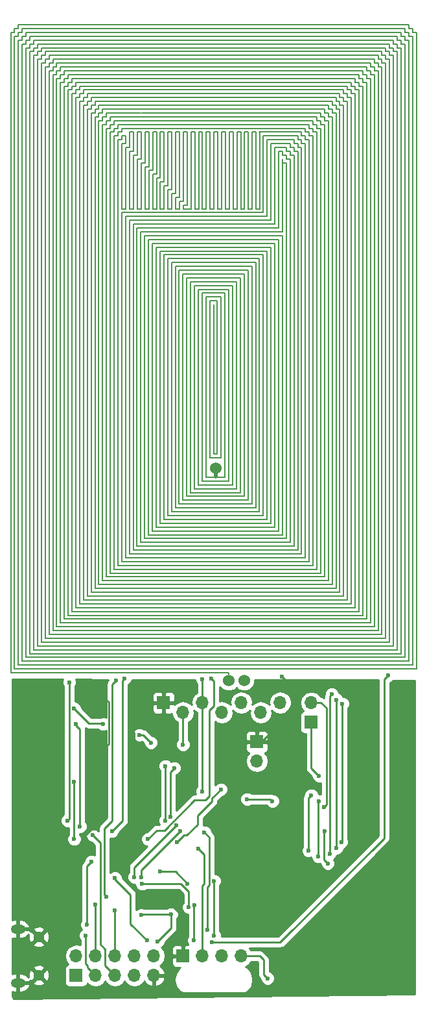
<source format=gbl>
G04 #@! TF.FileFunction,Copper,L2,Bot,Signal*
%FSLAX46Y46*%
G04 Gerber Fmt 4.6, Leading zero omitted, Abs format (unit mm)*
G04 Created by KiCad (PCBNEW 4.0.7-e2-6376~58~ubuntu16.04.1) date Mon Apr 29 13:49:54 2019*
%MOMM*%
%LPD*%
G01*
G04 APERTURE LIST*
%ADD10C,0.100000*%
%ADD11C,0.150000*%
%ADD12C,0.500000*%
%ADD13R,1.700000X1.700000*%
%ADD14O,1.700000X1.700000*%
%ADD15C,1.450000*%
%ADD16O,1.900000X1.200000*%
%ADD17C,1.524000*%
%ADD18C,0.600000*%
%ADD19C,0.250000*%
%ADD20C,0.254000*%
G04 APERTURE END LIST*
D10*
D11*
X197998000Y-39740000D02*
X197998000Y-29740000D01*
X197498000Y-39740000D02*
X197998000Y-39740000D01*
X197498000Y-29740000D02*
X197498000Y-39740000D01*
X196998000Y-29740000D02*
X197498000Y-29740000D01*
X196998000Y-39740000D02*
X196998000Y-29740000D01*
X196498000Y-39740000D02*
X196998000Y-39740000D01*
X196498000Y-29740000D02*
X196498000Y-39740000D01*
X195998000Y-29740000D02*
X196498000Y-29740000D01*
X195998000Y-39740000D02*
X195998000Y-29740000D01*
X195498000Y-39740000D02*
X195998000Y-39740000D01*
X195498000Y-29740000D02*
X195498000Y-39740000D01*
X194998000Y-29740000D02*
X195498000Y-29740000D01*
X194998000Y-39740000D02*
X194998000Y-29740000D01*
X194498000Y-39740000D02*
X194998000Y-39740000D01*
X194498000Y-29740000D02*
X194498000Y-39740000D01*
X193998000Y-29740000D02*
X194498000Y-29740000D01*
X193998000Y-39740000D02*
X193998000Y-29740000D01*
X193498000Y-39740000D02*
X193998000Y-39740000D01*
X193498000Y-29740000D02*
X193498000Y-39740000D01*
X192998000Y-29740000D02*
X193498000Y-29740000D01*
X192998000Y-39740000D02*
X192998000Y-29740000D01*
X192498000Y-39740000D02*
X192998000Y-39740000D01*
X192498000Y-29740000D02*
X192498000Y-39740000D01*
X191998000Y-29740000D02*
X192498000Y-29740000D01*
X191998000Y-39740000D02*
X191998000Y-29740000D01*
X191498000Y-39740000D02*
X191998000Y-39740000D01*
X191498000Y-29740000D02*
X191498000Y-39740000D01*
X190998000Y-29740000D02*
X191498000Y-29740000D01*
X190998000Y-39740000D02*
X190998000Y-29740000D01*
X190498000Y-39740000D02*
X190998000Y-39740000D01*
X190498000Y-29740000D02*
X190498000Y-39740000D01*
X189998000Y-29740000D02*
X190498000Y-29740000D01*
X189998000Y-39740000D02*
X189998000Y-29740000D01*
X189498000Y-39740000D02*
X189998000Y-39740000D01*
X189498000Y-29740000D02*
X189498000Y-39740000D01*
X188998000Y-29740000D02*
X189498000Y-29740000D01*
X188998000Y-39740000D02*
X188998000Y-29740000D01*
X187998000Y-39740000D02*
X188998000Y-39740000D01*
X187998000Y-39240000D02*
X187998000Y-39740000D01*
X188498000Y-39240000D02*
X187998000Y-39240000D01*
X188498000Y-29740000D02*
X188498000Y-39240000D01*
X187998000Y-29740000D02*
X188498000Y-29740000D01*
X187998000Y-38740000D02*
X187998000Y-29740000D01*
X187498000Y-38740000D02*
X187998000Y-38740000D01*
X187498000Y-39740000D02*
X187498000Y-38740000D01*
X186998000Y-39740000D02*
X187498000Y-39740000D01*
X186998000Y-38240000D02*
X186998000Y-39740000D01*
X187498000Y-38240000D02*
X186998000Y-38240000D01*
X187498000Y-29740000D02*
X187498000Y-38240000D01*
X186998000Y-29740000D02*
X187498000Y-29740000D01*
X186998000Y-37740000D02*
X186998000Y-29740000D01*
X186498000Y-37740000D02*
X186998000Y-37740000D01*
X186498000Y-39740000D02*
X186498000Y-37740000D01*
X185998000Y-39740000D02*
X186498000Y-39740000D01*
X185998000Y-37240000D02*
X185998000Y-39740000D01*
X186498000Y-37240000D02*
X185998000Y-37240000D01*
X186498000Y-29740000D02*
X186498000Y-37240000D01*
X185998000Y-29740000D02*
X186498000Y-29740000D01*
X185998000Y-36740000D02*
X185998000Y-29740000D01*
X185498000Y-36740000D02*
X185998000Y-36740000D01*
X185498000Y-39740000D02*
X185498000Y-36740000D01*
X184998000Y-39740000D02*
X185498000Y-39740000D01*
X184998000Y-36240000D02*
X184998000Y-39740000D01*
X185498000Y-36240000D02*
X184998000Y-36240000D01*
X185498000Y-29740000D02*
X185498000Y-36240000D01*
X184998000Y-29740000D02*
X185498000Y-29740000D01*
X184998000Y-35740000D02*
X184998000Y-29740000D01*
X184498000Y-35740000D02*
X184998000Y-35740000D01*
X184498000Y-39740000D02*
X184498000Y-35740000D01*
X183998000Y-39740000D02*
X184498000Y-39740000D01*
X183998000Y-35240000D02*
X183998000Y-39740000D01*
X184498000Y-35240000D02*
X183998000Y-35240000D01*
X184498000Y-29740000D02*
X184498000Y-35240000D01*
X183998000Y-29740000D02*
X184498000Y-29740000D01*
X183998000Y-32740000D02*
X183998000Y-29740000D01*
X183498000Y-29740000D02*
X183498000Y-32240000D01*
X182998000Y-29740000D02*
X183498000Y-29740000D01*
X182998000Y-31740000D02*
X182998000Y-29740000D01*
X182498000Y-29740000D02*
X182498000Y-31240000D01*
X181998000Y-29740000D02*
X182498000Y-29740000D01*
X181998000Y-30740000D02*
X181998000Y-29740000D01*
X181498000Y-29740000D02*
X181498000Y-30240000D01*
X180998000Y-29740000D02*
X181498000Y-29740000D01*
X183998000Y-34740000D02*
X183998000Y-32740000D01*
X183498000Y-34740000D02*
X183998000Y-34740000D01*
X183498000Y-39740000D02*
X183498000Y-34740000D01*
X182998000Y-39740000D02*
X183498000Y-39740000D01*
X182998000Y-34240000D02*
X182998000Y-39740000D01*
X183498000Y-34240000D02*
X182998000Y-34240000D01*
X183498000Y-32240000D02*
X183498000Y-34240000D01*
X182998000Y-33740000D02*
X182998000Y-31740000D01*
X182498000Y-33740000D02*
X182998000Y-33740000D01*
X182498000Y-39740000D02*
X182498000Y-33740000D01*
X181998000Y-39740000D02*
X182498000Y-39740000D01*
X181998000Y-33240000D02*
X181998000Y-39740000D01*
X182498000Y-33240000D02*
X181998000Y-33240000D01*
X182498000Y-31240000D02*
X182498000Y-33240000D01*
X181998000Y-32740000D02*
X181998000Y-30740000D01*
X181498000Y-32740000D02*
X181998000Y-32740000D01*
X181498000Y-39740000D02*
X181498000Y-32740000D01*
X180998000Y-39740000D02*
X181498000Y-39740000D01*
X180998000Y-32240000D02*
X180998000Y-39740000D01*
X181498000Y-32240000D02*
X180998000Y-32240000D01*
X181498000Y-30240000D02*
X181498000Y-32240000D01*
X180998000Y-31740000D02*
X180998000Y-29740000D01*
X180498000Y-29240000D02*
X197498000Y-29240000D01*
X180498000Y-31740000D02*
X180998000Y-31740000D01*
X180498000Y-39740000D02*
X180498000Y-31740000D01*
X179998000Y-39740000D02*
X180498000Y-39740000D01*
X179998000Y-31240000D02*
X179998000Y-39740000D01*
X180498000Y-31240000D02*
X179998000Y-31240000D01*
X180498000Y-30240000D02*
X180498000Y-31240000D01*
X179998000Y-30240000D02*
X180498000Y-30240000D01*
X196948000Y-28740000D02*
X180948000Y-28740000D01*
X181448000Y-28240000D02*
X196448000Y-28240000D01*
X195948000Y-27740000D02*
X181948000Y-27740000D01*
X195448000Y-27240000D02*
X182498000Y-27240000D01*
X182948000Y-26740000D02*
X194948000Y-26740000D01*
X183448000Y-26240000D02*
X194498000Y-26240000D01*
X183948000Y-25740000D02*
X193998000Y-25740000D01*
X193948000Y-100240000D02*
X193948000Y-101240000D01*
D12*
X192248000Y-73440000D02*
X192248000Y-74640000D01*
D11*
X192948000Y-51240000D02*
X192948000Y-72240000D01*
X192948000Y-72240000D02*
X191448000Y-72240000D01*
X191448000Y-72240000D02*
X191448000Y-51740000D01*
X191448000Y-51740000D02*
X191948000Y-51740000D01*
X191948000Y-51740000D02*
X192448000Y-51740000D01*
X192448000Y-51740000D02*
X192448000Y-71740000D01*
X192448000Y-71740000D02*
X191948000Y-71740000D01*
X191948000Y-71740000D02*
X191948000Y-52240000D01*
X198448000Y-79740000D02*
X185948000Y-79740000D01*
X185948000Y-79740000D02*
X185948000Y-46240000D01*
X185948000Y-46240000D02*
X197948000Y-46240000D01*
X197948000Y-46240000D02*
X197948000Y-79240000D01*
X197948000Y-79240000D02*
X186448000Y-79240000D01*
X186448000Y-79240000D02*
X186448000Y-46740000D01*
X186448000Y-46740000D02*
X197448000Y-46740000D01*
X197448000Y-46740000D02*
X197448000Y-78740000D01*
X197448000Y-78740000D02*
X186948000Y-78740000D01*
X186948000Y-78740000D02*
X186948000Y-47240000D01*
X186948000Y-47240000D02*
X196948000Y-47240000D01*
X196948000Y-47240000D02*
X196948000Y-78240000D01*
X196948000Y-78240000D02*
X187448000Y-78240000D01*
X187448000Y-78240000D02*
X187448000Y-47740000D01*
X187448000Y-47740000D02*
X196448000Y-47740000D01*
X196448000Y-47740000D02*
X196448000Y-77740000D01*
X196448000Y-77740000D02*
X187948000Y-77740000D01*
X187948000Y-77740000D02*
X187948000Y-48240000D01*
X187948000Y-48240000D02*
X195948000Y-48240000D01*
X195948000Y-48240000D02*
X195948000Y-77240000D01*
X195948000Y-77240000D02*
X188448000Y-77240000D01*
X188448000Y-77240000D02*
X188448000Y-48740000D01*
X188448000Y-48740000D02*
X195448000Y-48740000D01*
X195448000Y-48740000D02*
X195448000Y-76740000D01*
X195448000Y-76740000D02*
X188948000Y-76740000D01*
X188948000Y-76740000D02*
X188948000Y-49240000D01*
X188948000Y-49240000D02*
X194948000Y-49240000D01*
X194948000Y-49240000D02*
X194948000Y-76240000D01*
X194948000Y-76240000D02*
X189448000Y-76240000D01*
X189448000Y-76240000D02*
X189448000Y-49740000D01*
X189448000Y-49740000D02*
X194448000Y-49740000D01*
X194448000Y-49740000D02*
X194448000Y-75740000D01*
X194448000Y-75740000D02*
X189948000Y-75740000D01*
X189948000Y-75740000D02*
X189948000Y-50240000D01*
X189948000Y-50240000D02*
X193948000Y-50240000D01*
X193948000Y-50240000D02*
X193948000Y-75240000D01*
X193948000Y-75240000D02*
X190448000Y-75240000D01*
X190448000Y-75240000D02*
X190448000Y-50740000D01*
X190448000Y-50740000D02*
X193448000Y-50740000D01*
X193448000Y-50740000D02*
X193448000Y-74740000D01*
X193448000Y-74740000D02*
X190948000Y-74740000D01*
X190948000Y-74740000D02*
X190948000Y-51240000D01*
X190948000Y-51240000D02*
X192948000Y-51240000D01*
X200948000Y-33740000D02*
X201448000Y-33740000D01*
X201448000Y-33740000D02*
X201448000Y-82740000D01*
X201448000Y-82740000D02*
X182948000Y-82740000D01*
X182948000Y-82740000D02*
X182948000Y-43240000D01*
X182948000Y-43240000D02*
X200948000Y-43240000D01*
X200948000Y-43240000D02*
X200948000Y-82240000D01*
X200948000Y-82240000D02*
X183448000Y-82240000D01*
X183448000Y-82240000D02*
X183448000Y-43740000D01*
X183448000Y-43740000D02*
X200448000Y-43740000D01*
X200448000Y-43740000D02*
X200448000Y-81740000D01*
X200448000Y-81740000D02*
X183948000Y-81740000D01*
X183948000Y-81740000D02*
X183948000Y-44240000D01*
X183948000Y-44240000D02*
X199948000Y-44240000D01*
X199948000Y-44240000D02*
X199948000Y-81240000D01*
X199948000Y-81240000D02*
X184448000Y-81240000D01*
X184448000Y-81240000D02*
X184448000Y-44740000D01*
X184448000Y-44740000D02*
X199448000Y-44740000D01*
X199448000Y-44740000D02*
X199448000Y-80740000D01*
X199448000Y-80740000D02*
X184948000Y-80740000D01*
X184948000Y-80740000D02*
X184948000Y-45240000D01*
X184948000Y-45240000D02*
X198948000Y-45240000D01*
X198948000Y-45240000D02*
X198948000Y-80240000D01*
X198948000Y-80240000D02*
X185448000Y-80240000D01*
X185448000Y-80240000D02*
X185448000Y-45740000D01*
X185448000Y-45740000D02*
X198448000Y-45740000D01*
X198448000Y-45740000D02*
X198448000Y-79740000D01*
X197948000Y-29740000D02*
X203448000Y-29740000D01*
X203448000Y-29740000D02*
X203448000Y-30240000D01*
X203448000Y-30240000D02*
X203948000Y-30240000D01*
X203948000Y-30240000D02*
X203948000Y-30740000D01*
X203948000Y-30740000D02*
X204448000Y-30740000D01*
X204448000Y-30740000D02*
X204448000Y-85740000D01*
X204448000Y-85740000D02*
X179948000Y-85740000D01*
X179948000Y-85740000D02*
X179948000Y-40240000D01*
X179948000Y-40240000D02*
X198448000Y-40240000D01*
X198448000Y-40240000D02*
X198448000Y-30240000D01*
X198448000Y-30240000D02*
X202948000Y-30240000D01*
X202948000Y-30240000D02*
X202948000Y-30740000D01*
X202948000Y-30740000D02*
X203448000Y-30740000D01*
X203448000Y-30740000D02*
X203448000Y-31240000D01*
X203448000Y-31240000D02*
X203948000Y-31240000D01*
X203948000Y-31240000D02*
X203948000Y-85240000D01*
X203948000Y-85240000D02*
X180448000Y-85240000D01*
X180448000Y-85240000D02*
X180448000Y-40740000D01*
X180448000Y-40740000D02*
X198948000Y-40740000D01*
X198948000Y-40740000D02*
X198948000Y-30740000D01*
X198948000Y-30740000D02*
X202448000Y-30740000D01*
X202448000Y-30740000D02*
X202448000Y-31240000D01*
X202448000Y-31240000D02*
X202948000Y-31240000D01*
X202948000Y-31240000D02*
X202948000Y-31740000D01*
X202948000Y-31740000D02*
X203448000Y-31740000D01*
X203448000Y-31740000D02*
X203448000Y-84740000D01*
X203448000Y-84740000D02*
X180948000Y-84740000D01*
X180948000Y-84740000D02*
X180948000Y-41240000D01*
X180948000Y-41240000D02*
X199448000Y-41240000D01*
X199448000Y-41240000D02*
X199448000Y-31240000D01*
X199448000Y-31240000D02*
X201948000Y-31240000D01*
X201948000Y-31240000D02*
X201948000Y-31740000D01*
X201948000Y-31740000D02*
X202448000Y-31740000D01*
X202448000Y-31740000D02*
X202448000Y-32240000D01*
X202448000Y-32240000D02*
X202948000Y-32240000D01*
X202948000Y-32240000D02*
X202948000Y-84240000D01*
X202948000Y-84240000D02*
X181448000Y-84240000D01*
X181448000Y-84240000D02*
X181448000Y-41740000D01*
X181448000Y-41740000D02*
X199948000Y-41740000D01*
X199948000Y-41740000D02*
X199948000Y-31740000D01*
X199948000Y-31740000D02*
X201448000Y-31740000D01*
X201448000Y-31740000D02*
X201448000Y-32240000D01*
X201448000Y-32240000D02*
X201948000Y-32240000D01*
X201948000Y-32240000D02*
X201948000Y-32740000D01*
X201948000Y-32740000D02*
X202448000Y-32740000D01*
X202448000Y-32740000D02*
X202448000Y-83740000D01*
X202448000Y-83740000D02*
X181948000Y-83740000D01*
X181948000Y-83740000D02*
X181948000Y-42240000D01*
X181948000Y-42240000D02*
X200448000Y-42240000D01*
X200448000Y-42240000D02*
X200448000Y-32240000D01*
X200448000Y-32240000D02*
X200948000Y-32240000D01*
X200948000Y-32240000D02*
X200948000Y-32740000D01*
X200948000Y-32740000D02*
X201448000Y-32740000D01*
X201448000Y-32740000D02*
X201448000Y-33240000D01*
X201448000Y-33240000D02*
X201948000Y-33240000D01*
X201948000Y-33240000D02*
X201948000Y-33740000D01*
X201948000Y-33740000D02*
X201948000Y-83240000D01*
X201948000Y-83240000D02*
X182448000Y-83240000D01*
X182448000Y-83240000D02*
X182448000Y-42740000D01*
X182448000Y-42740000D02*
X200948000Y-42740000D01*
X200948000Y-42740000D02*
X200948000Y-33240000D01*
X194948000Y-26740000D02*
X206448000Y-26740000D01*
X206448000Y-26740000D02*
X206448000Y-27240000D01*
X206448000Y-27240000D02*
X206948000Y-27240000D01*
X206948000Y-27240000D02*
X206948000Y-27740000D01*
X206948000Y-27740000D02*
X207448000Y-27740000D01*
X207448000Y-27740000D02*
X207448000Y-88740000D01*
X207448000Y-88740000D02*
X176948000Y-88740000D01*
X176948000Y-88740000D02*
X176948000Y-28240000D01*
X176948000Y-28240000D02*
X177448000Y-28240000D01*
X177448000Y-28240000D02*
X177448000Y-27740000D01*
X177448000Y-27740000D02*
X177948000Y-27740000D01*
X177948000Y-27740000D02*
X177948000Y-27240000D01*
X177948000Y-27240000D02*
X182448000Y-27240000D01*
X195448000Y-27240000D02*
X205948000Y-27240000D01*
X205948000Y-27240000D02*
X205948000Y-27740000D01*
X205948000Y-27740000D02*
X206448000Y-27740000D01*
X206448000Y-27740000D02*
X206448000Y-28240000D01*
X206448000Y-28240000D02*
X206948000Y-28240000D01*
X206948000Y-28240000D02*
X206948000Y-88240000D01*
X206948000Y-88240000D02*
X177448000Y-88240000D01*
X177448000Y-88240000D02*
X177448000Y-28740000D01*
X177448000Y-28740000D02*
X177948000Y-28740000D01*
X177948000Y-28740000D02*
X177948000Y-28240000D01*
X177948000Y-28240000D02*
X178448000Y-28240000D01*
X178448000Y-28240000D02*
X178448000Y-27740000D01*
X178448000Y-27740000D02*
X181948000Y-27740000D01*
X195948000Y-27740000D02*
X205448000Y-27740000D01*
X205448000Y-27740000D02*
X205448000Y-28240000D01*
X205448000Y-28240000D02*
X205948000Y-28240000D01*
X205948000Y-28240000D02*
X205948000Y-28740000D01*
X205948000Y-28740000D02*
X206448000Y-28740000D01*
X206448000Y-28740000D02*
X206448000Y-87740000D01*
X206448000Y-87740000D02*
X177948000Y-87740000D01*
X177948000Y-87740000D02*
X177948000Y-29240000D01*
X177948000Y-29240000D02*
X178448000Y-29240000D01*
X178448000Y-29240000D02*
X178448000Y-28740000D01*
X178448000Y-28740000D02*
X178948000Y-28740000D01*
X178948000Y-28740000D02*
X178948000Y-28240000D01*
X178948000Y-28240000D02*
X181448000Y-28240000D01*
X196448000Y-28240000D02*
X204948000Y-28240000D01*
X204948000Y-28240000D02*
X204948000Y-28740000D01*
X204948000Y-28740000D02*
X205448000Y-28740000D01*
X205448000Y-28740000D02*
X205448000Y-29240000D01*
X205448000Y-29240000D02*
X205948000Y-29240000D01*
X205948000Y-29240000D02*
X205948000Y-87240000D01*
X205948000Y-87240000D02*
X178448000Y-87240000D01*
X178448000Y-87240000D02*
X178448000Y-29740000D01*
X178448000Y-29740000D02*
X178948000Y-29740000D01*
X178948000Y-29740000D02*
X178948000Y-29240000D01*
X178948000Y-29240000D02*
X179448000Y-29240000D01*
X179448000Y-29240000D02*
X179448000Y-28740000D01*
X179448000Y-28740000D02*
X180948000Y-28740000D01*
X196948000Y-28740000D02*
X204448000Y-28740000D01*
X204448000Y-28740000D02*
X204448000Y-29240000D01*
X204448000Y-29240000D02*
X204948000Y-29240000D01*
X204948000Y-29240000D02*
X204948000Y-29740000D01*
X204948000Y-29740000D02*
X205448000Y-29740000D01*
X205448000Y-29740000D02*
X205448000Y-86740000D01*
X205448000Y-86740000D02*
X178948000Y-86740000D01*
X178948000Y-86740000D02*
X178948000Y-30240000D01*
X178948000Y-30240000D02*
X179448000Y-30240000D01*
X179448000Y-30240000D02*
X179448000Y-29740000D01*
X179448000Y-29740000D02*
X179948000Y-29740000D01*
X179948000Y-29740000D02*
X179948000Y-29240000D01*
X179948000Y-29240000D02*
X180448000Y-29240000D01*
X197448000Y-29240000D02*
X203948000Y-29240000D01*
X203948000Y-29240000D02*
X203948000Y-29740000D01*
X203948000Y-29740000D02*
X204448000Y-29740000D01*
X204448000Y-29740000D02*
X204448000Y-30240000D01*
X204448000Y-30240000D02*
X204948000Y-30240000D01*
X204948000Y-30240000D02*
X204948000Y-86240000D01*
X204948000Y-86240000D02*
X179448000Y-86240000D01*
X179448000Y-86240000D02*
X179448000Y-30740000D01*
X179448000Y-30740000D02*
X179948000Y-30740000D01*
X179948000Y-30740000D02*
X179948000Y-30240000D01*
X211448000Y-22240000D02*
X211948000Y-22240000D01*
X211948000Y-22240000D02*
X211948000Y-22740000D01*
X211948000Y-22740000D02*
X212448000Y-22740000D01*
X212448000Y-22740000D02*
X212448000Y-93740000D01*
X212448000Y-93740000D02*
X171948000Y-93740000D01*
X171948000Y-93740000D02*
X171948000Y-23240000D01*
X171948000Y-23240000D02*
X172448000Y-23240000D01*
X172448000Y-23240000D02*
X172448000Y-22740000D01*
X172448000Y-22740000D02*
X172948000Y-22740000D01*
X172948000Y-22740000D02*
X172948000Y-22240000D01*
X172948000Y-22240000D02*
X210948000Y-22240000D01*
X210948000Y-22240000D02*
X210948000Y-22740000D01*
X210948000Y-22740000D02*
X211448000Y-22740000D01*
X211448000Y-22740000D02*
X211448000Y-23240000D01*
X211448000Y-23240000D02*
X211948000Y-23240000D01*
X211948000Y-23240000D02*
X211948000Y-93240000D01*
X211948000Y-93240000D02*
X172448000Y-93240000D01*
X172448000Y-93240000D02*
X172448000Y-23740000D01*
X172448000Y-23740000D02*
X172948000Y-23740000D01*
X172948000Y-23740000D02*
X172948000Y-23240000D01*
X172948000Y-23240000D02*
X173448000Y-23240000D01*
X173448000Y-23240000D02*
X173448000Y-22740000D01*
X173448000Y-22740000D02*
X210448000Y-22740000D01*
X210448000Y-22740000D02*
X210448000Y-23240000D01*
X210448000Y-23240000D02*
X210948000Y-23240000D01*
X210948000Y-23240000D02*
X210948000Y-23740000D01*
X210948000Y-23740000D02*
X211448000Y-23740000D01*
X211448000Y-23740000D02*
X211448000Y-92740000D01*
X211448000Y-92740000D02*
X172948000Y-92740000D01*
X172948000Y-92740000D02*
X172948000Y-24240000D01*
X172948000Y-24240000D02*
X173448000Y-24240000D01*
X173448000Y-24240000D02*
X173448000Y-23740000D01*
X173448000Y-23740000D02*
X173948000Y-23740000D01*
X173948000Y-23740000D02*
X173948000Y-23240000D01*
X173948000Y-23240000D02*
X209948000Y-23240000D01*
X209948000Y-23240000D02*
X209948000Y-23740000D01*
X209948000Y-23740000D02*
X210448000Y-23740000D01*
X210448000Y-23740000D02*
X210448000Y-24240000D01*
X210448000Y-24240000D02*
X210948000Y-24240000D01*
X210948000Y-24240000D02*
X210948000Y-92240000D01*
X210948000Y-92240000D02*
X173448000Y-92240000D01*
X173448000Y-92240000D02*
X173448000Y-24740000D01*
X173448000Y-24740000D02*
X173948000Y-24740000D01*
X173948000Y-24740000D02*
X173948000Y-24240000D01*
X173948000Y-24240000D02*
X174448000Y-24240000D01*
X174448000Y-24240000D02*
X174448000Y-23740000D01*
X174448000Y-23740000D02*
X209448000Y-23740000D01*
X209448000Y-23740000D02*
X209448000Y-24240000D01*
X209448000Y-24240000D02*
X209948000Y-24240000D01*
X209948000Y-24240000D02*
X209948000Y-24740000D01*
X209948000Y-24740000D02*
X210448000Y-24740000D01*
X210448000Y-24740000D02*
X210448000Y-91740000D01*
X210448000Y-91740000D02*
X173948000Y-91740000D01*
X173948000Y-91740000D02*
X173948000Y-25240000D01*
X173948000Y-25240000D02*
X174448000Y-25240000D01*
X174448000Y-25240000D02*
X174448000Y-24740000D01*
X174448000Y-24740000D02*
X174948000Y-24740000D01*
X174948000Y-24740000D02*
X174948000Y-24240000D01*
X174948000Y-24240000D02*
X208948000Y-24240000D01*
X208948000Y-24240000D02*
X208948000Y-24740000D01*
X208948000Y-24740000D02*
X209448000Y-24740000D01*
X209448000Y-24740000D02*
X209448000Y-25240000D01*
X209448000Y-25240000D02*
X209948000Y-25240000D01*
X209948000Y-25240000D02*
X209948000Y-91240000D01*
X209948000Y-91240000D02*
X174448000Y-91240000D01*
X174448000Y-91240000D02*
X174448000Y-25740000D01*
X174448000Y-25740000D02*
X174948000Y-25740000D01*
X174948000Y-25740000D02*
X174948000Y-25240000D01*
X174948000Y-25240000D02*
X175448000Y-25240000D01*
X175448000Y-25240000D02*
X175448000Y-24740000D01*
X175448000Y-24740000D02*
X208448000Y-24740000D01*
X208448000Y-24740000D02*
X208448000Y-25240000D01*
X208448000Y-25240000D02*
X208948000Y-25240000D01*
X208948000Y-25240000D02*
X208948000Y-25740000D01*
X208948000Y-25740000D02*
X209448000Y-25740000D01*
X209448000Y-25740000D02*
X209448000Y-90740000D01*
X209448000Y-90740000D02*
X174948000Y-90740000D01*
X174948000Y-90740000D02*
X174948000Y-26240000D01*
X174948000Y-26240000D02*
X175448000Y-26240000D01*
X175448000Y-26240000D02*
X175448000Y-25740000D01*
X175448000Y-25740000D02*
X175948000Y-25740000D01*
X175948000Y-25740000D02*
X175948000Y-25240000D01*
X175948000Y-25240000D02*
X207948000Y-25240000D01*
X207948000Y-25240000D02*
X207948000Y-25740000D01*
X207948000Y-25740000D02*
X208448000Y-25740000D01*
X208448000Y-25740000D02*
X208448000Y-26240000D01*
X208448000Y-26240000D02*
X208948000Y-26240000D01*
X208948000Y-26240000D02*
X208948000Y-90240000D01*
X208948000Y-90240000D02*
X175448000Y-90240000D01*
X175448000Y-90240000D02*
X175448000Y-26740000D01*
X175448000Y-26740000D02*
X175948000Y-26740000D01*
X175948000Y-26740000D02*
X175948000Y-26240000D01*
X175948000Y-26240000D02*
X176448000Y-26240000D01*
X176448000Y-26240000D02*
X176448000Y-25740000D01*
X176448000Y-25740000D02*
X183948000Y-25740000D01*
X193948000Y-25740000D02*
X207448000Y-25740000D01*
X207448000Y-25740000D02*
X207448000Y-26240000D01*
X207448000Y-26240000D02*
X207948000Y-26240000D01*
X207948000Y-26240000D02*
X207948000Y-26740000D01*
X207948000Y-26740000D02*
X208448000Y-26740000D01*
X208448000Y-26740000D02*
X208448000Y-27240000D01*
X208448000Y-27240000D02*
X208448000Y-89740000D01*
X208448000Y-89740000D02*
X175948000Y-89740000D01*
X175948000Y-89740000D02*
X175948000Y-27240000D01*
X175948000Y-27240000D02*
X176448000Y-27240000D01*
X176448000Y-27240000D02*
X176448000Y-26740000D01*
X176448000Y-26740000D02*
X176948000Y-26740000D01*
X176948000Y-26740000D02*
X176948000Y-26240000D01*
X176948000Y-26240000D02*
X183448000Y-26240000D01*
X194448000Y-26240000D02*
X206948000Y-26240000D01*
X206948000Y-26240000D02*
X206948000Y-26740000D01*
X206948000Y-26740000D02*
X207448000Y-26740000D01*
X207448000Y-26740000D02*
X207448000Y-27240000D01*
X207448000Y-27240000D02*
X207948000Y-27240000D01*
X207948000Y-27240000D02*
X207948000Y-89240000D01*
X207948000Y-89240000D02*
X176448000Y-89240000D01*
X176448000Y-89240000D02*
X176448000Y-27740000D01*
X176448000Y-27740000D02*
X176948000Y-27740000D01*
X176948000Y-27740000D02*
X176948000Y-27240000D01*
X176948000Y-27240000D02*
X177448000Y-27240000D01*
X177448000Y-27240000D02*
X177448000Y-26740000D01*
X177448000Y-26740000D02*
X182948000Y-26740000D01*
X170448000Y-19740000D02*
X213448000Y-19740000D01*
X213448000Y-19740000D02*
X213448000Y-20240000D01*
X213448000Y-20240000D02*
X213948000Y-20240000D01*
X213948000Y-20240000D02*
X213948000Y-20740000D01*
X213948000Y-20740000D02*
X214448000Y-20740000D01*
X214448000Y-20740000D02*
X214448000Y-95740000D01*
X214448000Y-95740000D02*
X169948000Y-95740000D01*
X169948000Y-95740000D02*
X169948000Y-21240000D01*
X169948000Y-21240000D02*
X170448000Y-21240000D01*
X170448000Y-21240000D02*
X170448000Y-20740000D01*
X170448000Y-20740000D02*
X170948000Y-20740000D01*
X170948000Y-20740000D02*
X170948000Y-20240000D01*
X170948000Y-20240000D02*
X212948000Y-20240000D01*
X212948000Y-20240000D02*
X212948000Y-20740000D01*
X212948000Y-20740000D02*
X213448000Y-20740000D01*
X213448000Y-20740000D02*
X213448000Y-21240000D01*
X213448000Y-21240000D02*
X213948000Y-21240000D01*
X213948000Y-21240000D02*
X213948000Y-95240000D01*
X213948000Y-95240000D02*
X170448000Y-95240000D01*
X170448000Y-95240000D02*
X170448000Y-21740000D01*
X170448000Y-21740000D02*
X170948000Y-21740000D01*
X170948000Y-21740000D02*
X170948000Y-21240000D01*
X170948000Y-21240000D02*
X171448000Y-21240000D01*
X171448000Y-21240000D02*
X171448000Y-20740000D01*
X171448000Y-20740000D02*
X212448000Y-20740000D01*
X212448000Y-20740000D02*
X212448000Y-21240000D01*
X212448000Y-21240000D02*
X212948000Y-21240000D01*
X212948000Y-21240000D02*
X212948000Y-21740000D01*
X212948000Y-21740000D02*
X213448000Y-21740000D01*
X213448000Y-21740000D02*
X213448000Y-94740000D01*
X213448000Y-94740000D02*
X170948000Y-94740000D01*
X170948000Y-94740000D02*
X170948000Y-22240000D01*
X170948000Y-22240000D02*
X171448000Y-22240000D01*
X171448000Y-22240000D02*
X171448000Y-21740000D01*
X171448000Y-21740000D02*
X171948000Y-21740000D01*
X171948000Y-21740000D02*
X171948000Y-21240000D01*
X171948000Y-21240000D02*
X211948000Y-21240000D01*
X211948000Y-21240000D02*
X211948000Y-21740000D01*
X211948000Y-21740000D02*
X212448000Y-21740000D01*
X212448000Y-21740000D02*
X212448000Y-22240000D01*
X212448000Y-22240000D02*
X212948000Y-22240000D01*
X212948000Y-22240000D02*
X212948000Y-94240000D01*
X212948000Y-94240000D02*
X171448000Y-94240000D01*
X171448000Y-94240000D02*
X171448000Y-22740000D01*
X171448000Y-22740000D02*
X171948000Y-22740000D01*
X171948000Y-22740000D02*
X171948000Y-22240000D01*
X171948000Y-22240000D02*
X172448000Y-22240000D01*
X172448000Y-22240000D02*
X172448000Y-21740000D01*
X172448000Y-21740000D02*
X211448000Y-21740000D01*
X211448000Y-21740000D02*
X211448000Y-22240000D01*
X216448000Y-97740000D02*
X167948000Y-97740000D01*
X167948000Y-97740000D02*
X167948000Y-19240000D01*
X167948000Y-19240000D02*
X168448000Y-19240000D01*
X168448000Y-19240000D02*
X168448000Y-18740000D01*
X168448000Y-18740000D02*
X168948000Y-18740000D01*
X168948000Y-18740000D02*
X168948000Y-18240000D01*
X168948000Y-18240000D02*
X214948000Y-18240000D01*
X214948000Y-18240000D02*
X214948000Y-18740000D01*
X214948000Y-18740000D02*
X215448000Y-18740000D01*
X215448000Y-18740000D02*
X215448000Y-19240000D01*
X215448000Y-19240000D02*
X215948000Y-19240000D01*
X215948000Y-19240000D02*
X215948000Y-97240000D01*
X215948000Y-97240000D02*
X168448000Y-97240000D01*
X168448000Y-97240000D02*
X168448000Y-19740000D01*
X168448000Y-19740000D02*
X168948000Y-19740000D01*
X168948000Y-19740000D02*
X168948000Y-19240000D01*
X168948000Y-19240000D02*
X169448000Y-19240000D01*
X169448000Y-19240000D02*
X169448000Y-18740000D01*
X169448000Y-18740000D02*
X214448000Y-18740000D01*
X214448000Y-18740000D02*
X214448000Y-19240000D01*
X214448000Y-19240000D02*
X214948000Y-19240000D01*
X214948000Y-19240000D02*
X214948000Y-19740000D01*
X214948000Y-19740000D02*
X215448000Y-19740000D01*
X215448000Y-19740000D02*
X215448000Y-96740000D01*
X215448000Y-96740000D02*
X168948000Y-96740000D01*
X168948000Y-96740000D02*
X168948000Y-20240000D01*
X168948000Y-20240000D02*
X169198000Y-20240000D01*
X169198000Y-20240000D02*
X169448000Y-20240000D01*
X169448000Y-20240000D02*
X169448000Y-19740000D01*
X169448000Y-19740000D02*
X169948000Y-19740000D01*
X169948000Y-19740000D02*
X169948000Y-19240000D01*
X169948000Y-19240000D02*
X213948000Y-19240000D01*
X213948000Y-19240000D02*
X213948000Y-19490000D01*
X213948000Y-19490000D02*
X213948000Y-19740000D01*
X213948000Y-19740000D02*
X214448000Y-19740000D01*
X214448000Y-19740000D02*
X214448000Y-20240000D01*
X214448000Y-20240000D02*
X214948000Y-20240000D01*
X214948000Y-20240000D02*
X214948000Y-96240000D01*
X214948000Y-96240000D02*
X169448000Y-96240000D01*
X169448000Y-96240000D02*
X169448000Y-20740000D01*
X169448000Y-20740000D02*
X169948000Y-20740000D01*
X169948000Y-20740000D02*
X169948000Y-20240000D01*
X169948000Y-20240000D02*
X170448000Y-20240000D01*
X170448000Y-20240000D02*
X170448000Y-19740000D01*
X216948000Y-16740000D02*
X217448000Y-16740000D01*
X215948000Y-18740000D02*
X216448000Y-18740000D01*
X217448000Y-16740000D02*
X217448000Y-17240000D01*
X217448000Y-17240000D02*
X217948000Y-17240000D01*
X217948000Y-17240000D02*
X217948000Y-99240000D01*
X217948000Y-99240000D02*
X166448000Y-99240000D01*
X166448000Y-99240000D02*
X166448000Y-17740000D01*
X166448000Y-17740000D02*
X166948000Y-17740000D01*
X166948000Y-17740000D02*
X166948000Y-17240000D01*
X166948000Y-17240000D02*
X167448000Y-17240000D01*
X167448000Y-17240000D02*
X167448000Y-16740000D01*
X167448000Y-16740000D02*
X216448000Y-16740000D01*
X216448000Y-16740000D02*
X216448000Y-17240000D01*
X216448000Y-17240000D02*
X216948000Y-17240000D01*
X216948000Y-17240000D02*
X216948000Y-17740000D01*
X216948000Y-17740000D02*
X217448000Y-17740000D01*
X217448000Y-17740000D02*
X217448000Y-98740000D01*
X217448000Y-98740000D02*
X166948000Y-98740000D01*
X166948000Y-98740000D02*
X166948000Y-18240000D01*
X166948000Y-18240000D02*
X167448000Y-18240000D01*
X167448000Y-18240000D02*
X167448000Y-17740000D01*
X167448000Y-17740000D02*
X167948000Y-17740000D01*
X167948000Y-17740000D02*
X167948000Y-17240000D01*
X167948000Y-17240000D02*
X215948000Y-17240000D01*
X215948000Y-17240000D02*
X215948000Y-17740000D01*
X215948000Y-17740000D02*
X216448000Y-17740000D01*
X216448000Y-17740000D02*
X216448000Y-18240000D01*
X216448000Y-18240000D02*
X216948000Y-18240000D01*
X216948000Y-18240000D02*
X216948000Y-98240000D01*
X216948000Y-98240000D02*
X167448000Y-98240000D01*
X167448000Y-98240000D02*
X167448000Y-18740000D01*
X167448000Y-18740000D02*
X167948000Y-18740000D01*
X167948000Y-18740000D02*
X167948000Y-18240000D01*
X167948000Y-18240000D02*
X168448000Y-18240000D01*
X168448000Y-18240000D02*
X168448000Y-17990000D01*
X168448000Y-17990000D02*
X168448000Y-17740000D01*
X168448000Y-17740000D02*
X215448000Y-17740000D01*
X215448000Y-17740000D02*
X215448000Y-18240000D01*
X215448000Y-18240000D02*
X215948000Y-18240000D01*
X215948000Y-18240000D02*
X215948000Y-18740000D01*
X216448000Y-18990000D02*
X216448000Y-18740000D01*
X216448000Y-18740000D02*
X216448000Y-97740000D01*
X218448000Y-16740000D02*
X218448000Y-99740000D01*
X218448000Y-99740000D02*
X165948000Y-99740000D01*
X165948000Y-99740000D02*
X165948000Y-17240000D01*
X165948000Y-17240000D02*
X166448000Y-17240000D01*
X166448000Y-17240000D02*
X166448000Y-16740000D01*
X166448000Y-16740000D02*
X166948000Y-16740000D01*
X166948000Y-16740000D02*
X166948000Y-16240000D01*
X166948000Y-16240000D02*
X216948000Y-16240000D01*
X216948000Y-16240000D02*
X216948000Y-16740000D01*
X217448000Y-16240000D02*
X217948000Y-16240000D01*
X217948000Y-16240000D02*
X217948000Y-16740000D01*
X217948000Y-16740000D02*
X218448000Y-16740000D01*
X193948000Y-100240000D02*
X165448000Y-100240000D01*
X165448000Y-100240000D02*
X165448000Y-16740000D01*
X165448000Y-16740000D02*
X165948000Y-16740000D01*
X165948000Y-16740000D02*
X165948000Y-16240000D01*
X165948000Y-16240000D02*
X166448000Y-16240000D01*
X166448000Y-16240000D02*
X166448000Y-15740000D01*
X166448000Y-15740000D02*
X217448000Y-15740000D01*
X217448000Y-15740000D02*
X217448000Y-16240000D01*
D13*
X185420000Y-104140000D03*
D14*
X187960000Y-105410000D03*
X190500000Y-104140000D03*
X193040000Y-105410000D03*
X195580000Y-104140000D03*
X198120000Y-105410000D03*
X200660000Y-104140000D03*
D13*
X187960000Y-137160000D03*
D14*
X190500000Y-137160000D03*
X193040000Y-137160000D03*
X195580000Y-137160000D03*
D13*
X204724000Y-106680000D03*
D14*
X204724000Y-104140000D03*
D13*
X197612000Y-109220000D03*
D14*
X197612000Y-111760000D03*
D13*
X173990000Y-139700000D03*
D14*
X173990000Y-137160000D03*
X176530000Y-139700000D03*
X176530000Y-137160000D03*
X179070000Y-139700000D03*
X179070000Y-137160000D03*
X181610000Y-139700000D03*
X181610000Y-137160000D03*
X184150000Y-139700000D03*
X184150000Y-137160000D03*
D15*
X169101000Y-134660000D03*
X169101000Y-139660000D03*
D16*
X166401000Y-133660000D03*
X166401000Y-140660000D03*
D17*
X192248000Y-73540000D03*
X193948000Y-101240000D03*
X195948000Y-101240000D03*
D18*
X187960000Y-109601000D03*
X196342000Y-116713000D03*
X199644000Y-116967000D03*
X182499000Y-131826000D03*
X175387000Y-133096000D03*
X176022000Y-124841000D03*
X205740000Y-113665000D03*
X199009000Y-140081000D03*
X173736000Y-104902000D03*
X177546000Y-106934000D03*
X192913000Y-115443000D03*
X187198000Y-122301000D03*
X184658000Y-135255000D03*
X186436000Y-131699000D03*
X179070000Y-122047000D03*
X171831000Y-124714000D03*
X167513000Y-121920000D03*
X175260000Y-123317000D03*
X177546000Y-103378000D03*
X202184000Y-110871000D03*
X201803000Y-113665000D03*
X184912000Y-116332000D03*
X182245000Y-118491000D03*
X184658000Y-110617000D03*
X181610000Y-109474000D03*
X168529000Y-104775000D03*
X168529000Y-108839000D03*
X185928000Y-129921000D03*
X200914000Y-100711000D03*
X186309000Y-118999000D03*
X186817000Y-112649000D03*
X185674000Y-112395000D03*
X185674000Y-119507000D03*
X182626000Y-127762000D03*
X188722000Y-130810000D03*
X207137000Y-123825000D03*
X207391000Y-102997000D03*
X184979325Y-126123855D03*
X188538462Y-127710577D03*
X208026000Y-123063000D03*
X208026000Y-103759000D03*
X208661000Y-122301000D03*
X208788000Y-104267000D03*
X190500000Y-115697000D03*
X173101000Y-101473000D03*
X172847000Y-119507000D03*
X190500000Y-101092000D03*
X173990000Y-106934000D03*
X174498000Y-120269000D03*
X183769000Y-109347000D03*
X182245000Y-108331000D03*
X189992000Y-123190000D03*
X206375000Y-117729000D03*
X206502000Y-120904000D03*
X206883000Y-125095000D03*
X175260000Y-134493000D03*
X191135000Y-133731000D03*
X190754000Y-121031000D03*
X176530000Y-130429000D03*
X181610000Y-126873000D03*
X187071000Y-120142000D03*
X176149000Y-121412000D03*
X179070000Y-131191000D03*
X182499000Y-126873000D03*
X187579000Y-120904000D03*
X192024000Y-134493000D03*
X192024000Y-127381000D03*
X204343000Y-123444000D03*
X204724000Y-116205000D03*
X205613000Y-124206000D03*
X205740000Y-116967000D03*
X189357000Y-135128000D03*
X189484000Y-130556000D03*
X173736000Y-121920000D03*
X173736000Y-114427000D03*
X183388000Y-121920000D03*
X191643000Y-100965000D03*
X178689000Y-120904000D03*
X180340000Y-100965000D03*
X177927000Y-129413000D03*
X179197000Y-101219000D03*
X179070000Y-127000000D03*
X183261000Y-135128000D03*
X191770000Y-135382000D03*
X214757000Y-100584000D03*
D19*
X187960000Y-105410000D02*
X187960000Y-109601000D01*
X199390000Y-116713000D02*
X196342000Y-116713000D01*
X199644000Y-116967000D02*
X199390000Y-116713000D01*
X182626000Y-131699000D02*
X186436000Y-131699000D01*
X182499000Y-131826000D02*
X182626000Y-131699000D01*
X175387000Y-125476000D02*
X175387000Y-133096000D01*
X176022000Y-124841000D02*
X175387000Y-125476000D01*
X204724000Y-112649000D02*
X204724000Y-106680000D01*
X205740000Y-113665000D02*
X204724000Y-112649000D01*
X198501000Y-137668000D02*
X197993000Y-137160000D01*
X197993000Y-137160000D02*
X195580000Y-137160000D01*
X198501000Y-139573000D02*
X198501000Y-137668000D01*
X199009000Y-140081000D02*
X198501000Y-139573000D01*
X175641000Y-106807000D02*
X173736000Y-104902000D01*
X177419000Y-106807000D02*
X175641000Y-106807000D01*
X177546000Y-106934000D02*
X177419000Y-106807000D01*
X191770000Y-116586000D02*
X192913000Y-115443000D01*
X191770000Y-116967000D02*
X191770000Y-116586000D01*
X191135000Y-117602000D02*
X191770000Y-116967000D01*
X189865000Y-118872000D02*
X191135000Y-117602000D01*
X189865000Y-120015000D02*
X189865000Y-118872000D01*
X188468000Y-121412000D02*
X189865000Y-120015000D01*
X188087000Y-121412000D02*
X188468000Y-121412000D01*
X187198000Y-122301000D02*
X188087000Y-121412000D01*
X186436000Y-133477000D02*
X186436000Y-131699000D01*
X184658000Y-135255000D02*
X186436000Y-133477000D01*
X185928000Y-129921000D02*
X183134000Y-129921000D01*
X180467000Y-123444000D02*
X179070000Y-122047000D01*
X180467000Y-127254000D02*
X180467000Y-123444000D01*
X183134000Y-129921000D02*
X180467000Y-127254000D01*
X171831000Y-124714000D02*
X171704000Y-124587000D01*
X171704000Y-124587000D02*
X170180000Y-124587000D01*
X170180000Y-124587000D02*
X167513000Y-121920000D01*
X175260000Y-121412000D02*
X175260000Y-123317000D01*
X176022000Y-120650000D02*
X175260000Y-121412000D01*
X176530000Y-120650000D02*
X176022000Y-120650000D01*
X178054000Y-119126000D02*
X176530000Y-120650000D01*
X178054000Y-109728000D02*
X178054000Y-119126000D01*
X178238998Y-109543002D02*
X178054000Y-109728000D01*
X178238998Y-104070998D02*
X178238998Y-109543002D01*
X177546000Y-103378000D02*
X178238998Y-104070998D01*
X202184000Y-113284000D02*
X202184000Y-110871000D01*
X201803000Y-113665000D02*
X202184000Y-113284000D01*
X184404000Y-116332000D02*
X184912000Y-116332000D01*
X182245000Y-118491000D02*
X184404000Y-116332000D01*
X185420000Y-104140000D02*
X185420000Y-109855000D01*
X185420000Y-109855000D02*
X184658000Y-110617000D01*
X180975000Y-106426000D02*
X183261000Y-104140000D01*
X183261000Y-104140000D02*
X185420000Y-104140000D01*
X180975000Y-107405998D02*
X180975000Y-106426000D01*
X181610000Y-109474000D02*
X181610000Y-108040998D01*
X181610000Y-108040998D02*
X180975000Y-107405998D01*
X168529000Y-104775000D02*
X168529000Y-108839000D01*
X187960000Y-137160000D02*
X187960000Y-131953000D01*
X187960000Y-131953000D02*
X185928000Y-129921000D01*
X200914000Y-100711000D02*
X202184000Y-101981000D01*
X202184000Y-101981000D02*
X202184000Y-104648000D01*
X202184000Y-104648000D02*
X199771000Y-107061000D01*
X199771000Y-107061000D02*
X199771000Y-107696000D01*
X199771000Y-107696000D02*
X198247000Y-109220000D01*
X198247000Y-109220000D02*
X197612000Y-109220000D01*
X186309000Y-113157000D02*
X186309000Y-118999000D01*
X186817000Y-112649000D02*
X186309000Y-113157000D01*
X185674000Y-112395000D02*
X185674000Y-119507000D01*
X188722000Y-128778000D02*
X188722000Y-130175000D01*
X188722000Y-130175000D02*
X188722000Y-130810000D01*
X187706000Y-127762000D02*
X182626000Y-127762000D01*
X188722000Y-128778000D02*
X187706000Y-127762000D01*
X207137000Y-103251000D02*
X207137000Y-123825000D01*
X207391000Y-102997000D02*
X207137000Y-103251000D01*
X188538462Y-127710577D02*
X186951740Y-126123855D01*
X186951740Y-126123855D02*
X184979325Y-126123855D01*
X208026000Y-103759000D02*
X208026000Y-123063000D01*
X208788000Y-104267000D02*
X208788000Y-122174000D01*
X208788000Y-122174000D02*
X208661000Y-122301000D01*
X190500000Y-101600000D02*
X190500000Y-101092000D01*
X190500000Y-101600000D02*
X190500000Y-104140000D01*
X190500000Y-104140000D02*
X190500000Y-115697000D01*
X173101000Y-119253000D02*
X173101000Y-101473000D01*
X172847000Y-119507000D02*
X173101000Y-119253000D01*
X173990000Y-107061000D02*
X173990000Y-106934000D01*
X174498000Y-107569000D02*
X173990000Y-107061000D01*
X174498000Y-120269000D02*
X174498000Y-107569000D01*
X182245000Y-108331000D02*
X182753000Y-108331000D01*
X182753000Y-108331000D02*
X183769000Y-109347000D01*
X190754000Y-127762000D02*
X190754000Y-124079000D01*
X190754000Y-124079000D02*
X190754000Y-123952000D01*
X190754000Y-123952000D02*
X189992000Y-123190000D01*
X190500000Y-128016000D02*
X190754000Y-127762000D01*
X190500000Y-128016000D02*
X190500000Y-137160000D01*
X205994000Y-104140000D02*
X204724000Y-104140000D01*
X206686998Y-104832998D02*
X205994000Y-104140000D01*
X206686998Y-117417002D02*
X206686998Y-104832998D01*
X206375000Y-117729000D02*
X206686998Y-117417002D01*
X206502000Y-120904000D02*
X206375000Y-121031000D01*
X206375000Y-121031000D02*
X206375000Y-124587000D01*
X206375000Y-124587000D02*
X206883000Y-125095000D01*
X175514000Y-138684000D02*
X176530000Y-139700000D01*
X175514000Y-138430000D02*
X175514000Y-138684000D01*
X175260000Y-138176000D02*
X175514000Y-138430000D01*
X175260000Y-134493000D02*
X175260000Y-138176000D01*
X191135000Y-128143000D02*
X191135000Y-133731000D01*
X191389000Y-127889000D02*
X191135000Y-128143000D01*
X191389000Y-121666000D02*
X191389000Y-127889000D01*
X190754000Y-121031000D02*
X191389000Y-121666000D01*
X176530000Y-130429000D02*
X176530000Y-137160000D01*
X181610000Y-125603000D02*
X181610000Y-126873000D01*
X187071000Y-120142000D02*
X181610000Y-125603000D01*
X177800000Y-138430000D02*
X179070000Y-139700000D01*
X177800000Y-136271000D02*
X177800000Y-138430000D01*
X177165000Y-135636000D02*
X177800000Y-136271000D01*
X177165000Y-122428000D02*
X177165000Y-135636000D01*
X176149000Y-121412000D02*
X177165000Y-122428000D01*
X179070000Y-131191000D02*
X179070000Y-137160000D01*
X182499000Y-125984000D02*
X182499000Y-126873000D01*
X187579000Y-120904000D02*
X182499000Y-125984000D01*
X192024000Y-127381000D02*
X192024000Y-134493000D01*
X204343000Y-116586000D02*
X204343000Y-123444000D01*
X204724000Y-116205000D02*
X204343000Y-116586000D01*
X205740000Y-116967000D02*
X205613000Y-117094000D01*
X205613000Y-117094000D02*
X205613000Y-124206000D01*
X189357000Y-130683000D02*
X189357000Y-135128000D01*
X189484000Y-130556000D02*
X189357000Y-130683000D01*
X173736000Y-114427000D02*
X173736000Y-121920000D01*
X184531000Y-120777000D02*
X183388000Y-121920000D01*
X185547000Y-120777000D02*
X184531000Y-120777000D01*
X189484000Y-116840000D02*
X185547000Y-120777000D01*
X190881000Y-116840000D02*
X189484000Y-116840000D01*
X191389000Y-116332000D02*
X190881000Y-116840000D01*
X191389000Y-105156000D02*
X191389000Y-116332000D01*
X192024000Y-104521000D02*
X191389000Y-105156000D01*
X192024000Y-101346000D02*
X192024000Y-104521000D01*
X191643000Y-100965000D02*
X192024000Y-101346000D01*
X180086000Y-119507000D02*
X178689000Y-120904000D01*
X180086000Y-101219000D02*
X180086000Y-119507000D01*
X180340000Y-100965000D02*
X180086000Y-101219000D01*
X177673000Y-129159000D02*
X177927000Y-129413000D01*
X177673000Y-120523000D02*
X177673000Y-129159000D01*
X178689000Y-119507000D02*
X177673000Y-120523000D01*
X178689000Y-101727000D02*
X178689000Y-119507000D01*
X179197000Y-101219000D02*
X178689000Y-101727000D01*
X179070000Y-127127000D02*
X179070000Y-127000000D01*
X181102000Y-129159000D02*
X179070000Y-127127000D01*
X181102000Y-132969000D02*
X181102000Y-129159000D01*
X183261000Y-135128000D02*
X181102000Y-132969000D01*
X200660000Y-135382000D02*
X191770000Y-135382000D01*
X214249000Y-121793000D02*
X200660000Y-135382000D01*
X214249000Y-101092000D02*
X214249000Y-121793000D01*
X214757000Y-100584000D02*
X214249000Y-101092000D01*
D20*
G36*
X172239543Y-101109482D02*
X172166162Y-101286201D01*
X172165838Y-101658167D01*
X172307883Y-102001943D01*
X172341000Y-102035118D01*
X172341000Y-118704403D01*
X172318057Y-118713883D01*
X172054808Y-118976673D01*
X171912162Y-119320201D01*
X171911838Y-119692167D01*
X172053883Y-120035943D01*
X172316673Y-120299192D01*
X172660201Y-120441838D01*
X172976000Y-120442113D01*
X172976000Y-121357537D01*
X172943808Y-121389673D01*
X172801162Y-121733201D01*
X172800838Y-122105167D01*
X172942883Y-122448943D01*
X173205673Y-122712192D01*
X173549201Y-122854838D01*
X173921167Y-122855162D01*
X174264943Y-122713117D01*
X174528192Y-122450327D01*
X174670838Y-122106799D01*
X174671162Y-121734833D01*
X174529117Y-121391057D01*
X174496000Y-121357882D01*
X174496000Y-121203999D01*
X174683167Y-121204162D01*
X175026943Y-121062117D01*
X175290192Y-120799327D01*
X175432838Y-120455799D01*
X175433162Y-120083833D01*
X175291117Y-119740057D01*
X175258000Y-119706882D01*
X175258000Y-107569000D01*
X175230143Y-107428955D01*
X175350161Y-107509148D01*
X175641000Y-107567000D01*
X176856759Y-107567000D01*
X177015673Y-107726192D01*
X177359201Y-107868838D01*
X177731167Y-107869162D01*
X177929000Y-107787419D01*
X177929000Y-119192198D01*
X177135599Y-119985599D01*
X176970852Y-120232161D01*
X176913000Y-120523000D01*
X176913000Y-120853889D01*
X176679327Y-120619808D01*
X176335799Y-120477162D01*
X175963833Y-120476838D01*
X175620057Y-120618883D01*
X175356808Y-120881673D01*
X175214162Y-121225201D01*
X175213838Y-121597167D01*
X175355883Y-121940943D01*
X175618673Y-122204192D01*
X175962201Y-122346838D01*
X176009077Y-122346879D01*
X176405000Y-122742802D01*
X176405000Y-123987632D01*
X176208799Y-123906162D01*
X175836833Y-123905838D01*
X175493057Y-124047883D01*
X175229808Y-124310673D01*
X175087162Y-124654201D01*
X175087121Y-124701077D01*
X174849599Y-124938599D01*
X174684852Y-125185161D01*
X174627000Y-125476000D01*
X174627000Y-132533537D01*
X174594808Y-132565673D01*
X174452162Y-132909201D01*
X174451838Y-133281167D01*
X174593883Y-133624943D01*
X174699820Y-133731065D01*
X174467808Y-133962673D01*
X174325162Y-134306201D01*
X174324838Y-134678167D01*
X174466883Y-135021943D01*
X174500000Y-135055118D01*
X174500000Y-135747352D01*
X173990000Y-135645907D01*
X173421715Y-135758946D01*
X172939946Y-136080853D01*
X172618039Y-136562622D01*
X172505000Y-137130907D01*
X172505000Y-137189093D01*
X172618039Y-137757378D01*
X172939946Y-138239147D01*
X172941179Y-138239971D01*
X172904683Y-138246838D01*
X172688559Y-138385910D01*
X172543569Y-138598110D01*
X172492560Y-138850000D01*
X172492560Y-140550000D01*
X172536838Y-140785317D01*
X172675910Y-141001441D01*
X172888110Y-141146431D01*
X173140000Y-141197440D01*
X174840000Y-141197440D01*
X175075317Y-141153162D01*
X175291441Y-141014090D01*
X175436431Y-140801890D01*
X175450086Y-140734459D01*
X175479946Y-140779147D01*
X175961715Y-141101054D01*
X176530000Y-141214093D01*
X177098285Y-141101054D01*
X177580054Y-140779147D01*
X177800000Y-140449974D01*
X178019946Y-140779147D01*
X178501715Y-141101054D01*
X179070000Y-141214093D01*
X179638285Y-141101054D01*
X180120054Y-140779147D01*
X180340000Y-140449974D01*
X180559946Y-140779147D01*
X181041715Y-141101054D01*
X181610000Y-141214093D01*
X182178285Y-141101054D01*
X182660054Y-140779147D01*
X182887702Y-140438447D01*
X182954817Y-140581358D01*
X183383076Y-140971645D01*
X183793110Y-141141476D01*
X184023000Y-141020155D01*
X184023000Y-139827000D01*
X184277000Y-139827000D01*
X184277000Y-141020155D01*
X184506890Y-141141476D01*
X184916924Y-140971645D01*
X185345183Y-140581358D01*
X185591486Y-140056892D01*
X185470819Y-139827000D01*
X184277000Y-139827000D01*
X184023000Y-139827000D01*
X184003000Y-139827000D01*
X184003000Y-139573000D01*
X184023000Y-139573000D01*
X184023000Y-139553000D01*
X184277000Y-139553000D01*
X184277000Y-139573000D01*
X185470819Y-139573000D01*
X185591486Y-139343108D01*
X185345183Y-138818642D01*
X184916924Y-138428355D01*
X184916899Y-138428345D01*
X185200054Y-138239147D01*
X185521961Y-137757378D01*
X185635000Y-137189093D01*
X185635000Y-137130907D01*
X185521961Y-136562622D01*
X185268768Y-136183691D01*
X186475000Y-136183691D01*
X186475000Y-136874250D01*
X186633750Y-137033000D01*
X187833000Y-137033000D01*
X187833000Y-135833750D01*
X187674250Y-135675000D01*
X186983690Y-135675000D01*
X186750301Y-135771673D01*
X186571673Y-135950302D01*
X186475000Y-136183691D01*
X185268768Y-136183691D01*
X185200054Y-136080853D01*
X185164772Y-136057278D01*
X185186943Y-136048117D01*
X185450192Y-135785327D01*
X185592838Y-135441799D01*
X185592879Y-135394923D01*
X186973401Y-134014401D01*
X187138148Y-133767839D01*
X187196000Y-133477000D01*
X187196000Y-132261463D01*
X187228192Y-132229327D01*
X187370838Y-131885799D01*
X187371162Y-131513833D01*
X187229117Y-131170057D01*
X186966327Y-130906808D01*
X186622799Y-130764162D01*
X186250833Y-130763838D01*
X185907057Y-130905883D01*
X185873882Y-130939000D01*
X182801005Y-130939000D01*
X182685799Y-130891162D01*
X182313833Y-130890838D01*
X181970057Y-131032883D01*
X181862000Y-131140752D01*
X181862000Y-129159000D01*
X181804148Y-128868161D01*
X181639401Y-128621599D01*
X180005012Y-126987210D01*
X180005162Y-126814833D01*
X179863117Y-126471057D01*
X179600327Y-126207808D01*
X179256799Y-126065162D01*
X178884833Y-126064838D01*
X178541057Y-126206883D01*
X178433000Y-126314752D01*
X178433000Y-121810103D01*
X178502201Y-121838838D01*
X178874167Y-121839162D01*
X179217943Y-121697117D01*
X179481192Y-121434327D01*
X179623838Y-121090799D01*
X179623879Y-121043923D01*
X180623401Y-120044401D01*
X180788148Y-119797840D01*
X180846000Y-119507000D01*
X180846000Y-108516167D01*
X181309838Y-108516167D01*
X181451883Y-108859943D01*
X181714673Y-109123192D01*
X182058201Y-109265838D01*
X182430167Y-109266162D01*
X182559798Y-109212600D01*
X182833878Y-109486680D01*
X182833838Y-109532167D01*
X182975883Y-109875943D01*
X183238673Y-110139192D01*
X183582201Y-110281838D01*
X183954167Y-110282162D01*
X184297943Y-110140117D01*
X184561192Y-109877327D01*
X184703838Y-109533799D01*
X184704162Y-109161833D01*
X184562117Y-108818057D01*
X184299327Y-108554808D01*
X183955799Y-108412162D01*
X183908923Y-108412121D01*
X183290401Y-107793599D01*
X183043839Y-107628852D01*
X182820957Y-107584518D01*
X182775327Y-107538808D01*
X182431799Y-107396162D01*
X182059833Y-107395838D01*
X181716057Y-107537883D01*
X181452808Y-107800673D01*
X181310162Y-108144201D01*
X181309838Y-108516167D01*
X180846000Y-108516167D01*
X180846000Y-104425750D01*
X183935000Y-104425750D01*
X183935000Y-105116309D01*
X184031673Y-105349698D01*
X184210301Y-105528327D01*
X184443690Y-105625000D01*
X185134250Y-105625000D01*
X185293000Y-105466250D01*
X185293000Y-104267000D01*
X184093750Y-104267000D01*
X183935000Y-104425750D01*
X180846000Y-104425750D01*
X180846000Y-103163691D01*
X183935000Y-103163691D01*
X183935000Y-103854250D01*
X184093750Y-104013000D01*
X185293000Y-104013000D01*
X185293000Y-102813750D01*
X185547000Y-102813750D01*
X185547000Y-104013000D01*
X186746250Y-104013000D01*
X186905000Y-103854250D01*
X186905000Y-103163691D01*
X186808327Y-102930302D01*
X186629699Y-102751673D01*
X186396310Y-102655000D01*
X185705750Y-102655000D01*
X185547000Y-102813750D01*
X185293000Y-102813750D01*
X185134250Y-102655000D01*
X184443690Y-102655000D01*
X184210301Y-102751673D01*
X184031673Y-102930302D01*
X183935000Y-103163691D01*
X180846000Y-103163691D01*
X180846000Y-101767597D01*
X180868943Y-101758117D01*
X181132192Y-101495327D01*
X181274838Y-101151799D01*
X181274857Y-101129471D01*
X189564951Y-101147812D01*
X189564838Y-101277167D01*
X189706883Y-101620943D01*
X189740000Y-101654118D01*
X189740000Y-102867046D01*
X189449946Y-103060853D01*
X189128039Y-103542622D01*
X189015000Y-104110907D01*
X189015000Y-104169093D01*
X189062911Y-104409960D01*
X189010054Y-104330853D01*
X188528285Y-104008946D01*
X187960000Y-103895907D01*
X187391715Y-104008946D01*
X186909946Y-104330853D01*
X186869955Y-104390705D01*
X186746250Y-104267000D01*
X185547000Y-104267000D01*
X185547000Y-105466250D01*
X185705750Y-105625000D01*
X186396310Y-105625000D01*
X186503174Y-105580735D01*
X186588039Y-106007378D01*
X186909946Y-106489147D01*
X187200000Y-106682954D01*
X187200000Y-109038537D01*
X187167808Y-109070673D01*
X187025162Y-109414201D01*
X187024838Y-109786167D01*
X187166883Y-110129943D01*
X187429673Y-110393192D01*
X187773201Y-110535838D01*
X188145167Y-110536162D01*
X188488943Y-110394117D01*
X188752192Y-110131327D01*
X188894838Y-109787799D01*
X188895162Y-109415833D01*
X188753117Y-109072057D01*
X188720000Y-109038882D01*
X188720000Y-106682954D01*
X189010054Y-106489147D01*
X189331961Y-106007378D01*
X189445000Y-105439093D01*
X189445000Y-105380907D01*
X189397089Y-105140040D01*
X189449946Y-105219147D01*
X189740000Y-105412954D01*
X189740000Y-115134537D01*
X189707808Y-115166673D01*
X189565162Y-115510201D01*
X189564838Y-115882167D01*
X189646581Y-116080000D01*
X189484000Y-116080000D01*
X189193161Y-116137852D01*
X188946599Y-116302599D01*
X187069000Y-118180198D01*
X187069000Y-113556547D01*
X187345943Y-113442117D01*
X187609192Y-113179327D01*
X187751838Y-112835799D01*
X187752162Y-112463833D01*
X187610117Y-112120057D01*
X187347327Y-111856808D01*
X187003799Y-111714162D01*
X186631833Y-111713838D01*
X186407637Y-111806474D01*
X186204327Y-111602808D01*
X185860799Y-111460162D01*
X185488833Y-111459838D01*
X185145057Y-111601883D01*
X184881808Y-111864673D01*
X184739162Y-112208201D01*
X184738838Y-112580167D01*
X184880883Y-112923943D01*
X184914000Y-112957118D01*
X184914000Y-118944537D01*
X184881808Y-118976673D01*
X184739162Y-119320201D01*
X184738838Y-119692167D01*
X184873056Y-120017000D01*
X184531000Y-120017000D01*
X184240161Y-120074852D01*
X183993599Y-120239599D01*
X183248320Y-120984878D01*
X183202833Y-120984838D01*
X182859057Y-121126883D01*
X182595808Y-121389673D01*
X182453162Y-121733201D01*
X182452838Y-122105167D01*
X182594883Y-122448943D01*
X182857673Y-122712192D01*
X183201201Y-122854838D01*
X183283288Y-122854910D01*
X181072599Y-125065599D01*
X180907852Y-125312161D01*
X180850000Y-125603000D01*
X180850000Y-126310537D01*
X180817808Y-126342673D01*
X180675162Y-126686201D01*
X180674838Y-127058167D01*
X180816883Y-127401943D01*
X181079673Y-127665192D01*
X181423201Y-127807838D01*
X181690959Y-127808071D01*
X181690838Y-127947167D01*
X181832883Y-128290943D01*
X182095673Y-128554192D01*
X182439201Y-128696838D01*
X182811167Y-128697162D01*
X183154943Y-128555117D01*
X183188118Y-128522000D01*
X187391198Y-128522000D01*
X187962000Y-129092802D01*
X187962000Y-130247537D01*
X187929808Y-130279673D01*
X187787162Y-130623201D01*
X187786838Y-130995167D01*
X187928883Y-131338943D01*
X188191673Y-131602192D01*
X188535201Y-131744838D01*
X188597000Y-131744892D01*
X188597000Y-134565537D01*
X188564808Y-134597673D01*
X188422162Y-134941201D01*
X188421838Y-135313167D01*
X188563883Y-135656943D01*
X188581909Y-135675000D01*
X188245750Y-135675000D01*
X188087000Y-135833750D01*
X188087000Y-137033000D01*
X188107000Y-137033000D01*
X188107000Y-137287000D01*
X188087000Y-137287000D01*
X188087000Y-137307000D01*
X187833000Y-137307000D01*
X187833000Y-137287000D01*
X186633750Y-137287000D01*
X186475000Y-137445750D01*
X186475000Y-138136309D01*
X186571673Y-138369698D01*
X186750301Y-138548327D01*
X186983690Y-138645000D01*
X187579788Y-138645000D01*
X187568545Y-138649657D01*
X187519099Y-138699103D01*
X187460954Y-138737954D01*
X187422103Y-138796099D01*
X187372657Y-138845545D01*
X187066094Y-139304349D01*
X186960080Y-139560289D01*
X186852429Y-140101485D01*
X186852429Y-140378515D01*
X186960080Y-140919711D01*
X187006721Y-141032312D01*
X187066094Y-141175651D01*
X187372657Y-141634455D01*
X187422103Y-141683901D01*
X187460954Y-141742046D01*
X187519099Y-141780897D01*
X187568545Y-141830343D01*
X187633152Y-141857104D01*
X187691295Y-141895954D01*
X187759877Y-141909596D01*
X187824486Y-141936358D01*
X187894416Y-141936358D01*
X187963000Y-141950000D01*
X195963000Y-141950000D01*
X196031584Y-141936358D01*
X196101514Y-141936358D01*
X196166123Y-141909596D01*
X196234705Y-141895954D01*
X196292848Y-141857104D01*
X196357455Y-141830343D01*
X196406901Y-141780897D01*
X196465046Y-141742046D01*
X196503897Y-141683901D01*
X196553343Y-141634455D01*
X196859907Y-141175651D01*
X196945796Y-140968295D01*
X196965920Y-140919711D01*
X197073571Y-140378514D01*
X197073571Y-140101485D01*
X196965920Y-139560289D01*
X196924854Y-139461146D01*
X196859907Y-139304349D01*
X196553343Y-138845545D01*
X196503897Y-138796099D01*
X196465046Y-138737954D01*
X196406901Y-138699103D01*
X196357455Y-138649657D01*
X196292848Y-138622896D01*
X196234705Y-138584046D01*
X196166123Y-138570404D01*
X196145086Y-138561690D01*
X196148285Y-138561054D01*
X196630054Y-138239147D01*
X196843301Y-137920000D01*
X197678198Y-137920000D01*
X197741000Y-137982802D01*
X197741000Y-139573000D01*
X197798852Y-139863839D01*
X197963599Y-140110401D01*
X198073878Y-140220680D01*
X198073838Y-140266167D01*
X198215883Y-140609943D01*
X198478673Y-140873192D01*
X198822201Y-141015838D01*
X199194167Y-141016162D01*
X199537943Y-140874117D01*
X199801192Y-140611327D01*
X199943838Y-140267799D01*
X199944162Y-139895833D01*
X199802117Y-139552057D01*
X199539327Y-139288808D01*
X199261000Y-139173236D01*
X199261000Y-137668000D01*
X199203148Y-137377161D01*
X199038401Y-137130599D01*
X198530401Y-136622599D01*
X198283839Y-136457852D01*
X197993000Y-136400000D01*
X196843301Y-136400000D01*
X196670911Y-136142000D01*
X200660000Y-136142000D01*
X200950839Y-136084148D01*
X201197401Y-135919401D01*
X214786401Y-122330401D01*
X214951148Y-122083839D01*
X215009000Y-121793000D01*
X215009000Y-101491547D01*
X215285943Y-101377117D01*
X215458262Y-101205098D01*
X218243000Y-101211259D01*
X218243000Y-142155351D01*
X165816587Y-142727692D01*
X165755986Y-142636996D01*
X165683000Y-142270073D01*
X165683000Y-141820760D01*
X165924000Y-141895000D01*
X166274000Y-141895000D01*
X166274000Y-140787000D01*
X166528000Y-140787000D01*
X166528000Y-141895000D01*
X166878000Y-141895000D01*
X167340947Y-141752390D01*
X167714080Y-141443474D01*
X167940592Y-141015281D01*
X167944462Y-140977609D01*
X167819731Y-140787000D01*
X166528000Y-140787000D01*
X166274000Y-140787000D01*
X166254000Y-140787000D01*
X166254000Y-140613398D01*
X168327207Y-140613398D01*
X168392122Y-140851753D01*
X168902146Y-141032312D01*
X169442444Y-141003949D01*
X169809878Y-140851753D01*
X169874793Y-140613398D01*
X169101000Y-139839605D01*
X168327207Y-140613398D01*
X166254000Y-140613398D01*
X166254000Y-140533000D01*
X166274000Y-140533000D01*
X166274000Y-139425000D01*
X166528000Y-139425000D01*
X166528000Y-140533000D01*
X167819731Y-140533000D01*
X167924424Y-140373012D01*
X168147602Y-140433793D01*
X168921395Y-139660000D01*
X169280605Y-139660000D01*
X170054398Y-140433793D01*
X170292753Y-140368878D01*
X170473312Y-139858854D01*
X170444949Y-139318556D01*
X170292753Y-138951122D01*
X170054398Y-138886207D01*
X169280605Y-139660000D01*
X168921395Y-139660000D01*
X168147602Y-138886207D01*
X167909247Y-138951122D01*
X167728688Y-139461146D01*
X167754505Y-139952945D01*
X167714080Y-139876526D01*
X167340947Y-139567610D01*
X166878000Y-139425000D01*
X166528000Y-139425000D01*
X166274000Y-139425000D01*
X165924000Y-139425000D01*
X165683000Y-139499240D01*
X165683000Y-138706602D01*
X168327207Y-138706602D01*
X169101000Y-139480395D01*
X169874793Y-138706602D01*
X169809878Y-138468247D01*
X169299854Y-138287688D01*
X168759556Y-138316051D01*
X168392122Y-138468247D01*
X168327207Y-138706602D01*
X165683000Y-138706602D01*
X165683000Y-135613398D01*
X168327207Y-135613398D01*
X168392122Y-135851753D01*
X168902146Y-136032312D01*
X169442444Y-136003949D01*
X169809878Y-135851753D01*
X169874793Y-135613398D01*
X169101000Y-134839605D01*
X168327207Y-135613398D01*
X165683000Y-135613398D01*
X165683000Y-134820760D01*
X165924000Y-134895000D01*
X166274000Y-134895000D01*
X166274000Y-133787000D01*
X166528000Y-133787000D01*
X166528000Y-134895000D01*
X166878000Y-134895000D01*
X167340947Y-134752390D01*
X167714080Y-134443474D01*
X167777158Y-134324232D01*
X167728688Y-134461146D01*
X167757051Y-135001444D01*
X167909247Y-135368878D01*
X168147602Y-135433793D01*
X168921395Y-134660000D01*
X169280605Y-134660000D01*
X170054398Y-135433793D01*
X170292753Y-135368878D01*
X170473312Y-134858854D01*
X170444949Y-134318556D01*
X170292753Y-133951122D01*
X170054398Y-133886207D01*
X169280605Y-134660000D01*
X168921395Y-134660000D01*
X168147602Y-133886207D01*
X167924424Y-133946988D01*
X167819731Y-133787000D01*
X166528000Y-133787000D01*
X166274000Y-133787000D01*
X166254000Y-133787000D01*
X166254000Y-133706602D01*
X168327207Y-133706602D01*
X169101000Y-134480395D01*
X169874793Y-133706602D01*
X169809878Y-133468247D01*
X169299854Y-133287688D01*
X168759556Y-133316051D01*
X168392122Y-133468247D01*
X168327207Y-133706602D01*
X166254000Y-133706602D01*
X166254000Y-133533000D01*
X166274000Y-133533000D01*
X166274000Y-132425000D01*
X166528000Y-132425000D01*
X166528000Y-133533000D01*
X167819731Y-133533000D01*
X167944462Y-133342391D01*
X167940592Y-133304719D01*
X167714080Y-132876526D01*
X167340947Y-132567610D01*
X166878000Y-132425000D01*
X166528000Y-132425000D01*
X166274000Y-132425000D01*
X165924000Y-132425000D01*
X165683000Y-132499240D01*
X165683000Y-101094976D01*
X172239543Y-101109482D01*
X172239543Y-101109482D01*
G37*
X172239543Y-101109482D02*
X172166162Y-101286201D01*
X172165838Y-101658167D01*
X172307883Y-102001943D01*
X172341000Y-102035118D01*
X172341000Y-118704403D01*
X172318057Y-118713883D01*
X172054808Y-118976673D01*
X171912162Y-119320201D01*
X171911838Y-119692167D01*
X172053883Y-120035943D01*
X172316673Y-120299192D01*
X172660201Y-120441838D01*
X172976000Y-120442113D01*
X172976000Y-121357537D01*
X172943808Y-121389673D01*
X172801162Y-121733201D01*
X172800838Y-122105167D01*
X172942883Y-122448943D01*
X173205673Y-122712192D01*
X173549201Y-122854838D01*
X173921167Y-122855162D01*
X174264943Y-122713117D01*
X174528192Y-122450327D01*
X174670838Y-122106799D01*
X174671162Y-121734833D01*
X174529117Y-121391057D01*
X174496000Y-121357882D01*
X174496000Y-121203999D01*
X174683167Y-121204162D01*
X175026943Y-121062117D01*
X175290192Y-120799327D01*
X175432838Y-120455799D01*
X175433162Y-120083833D01*
X175291117Y-119740057D01*
X175258000Y-119706882D01*
X175258000Y-107569000D01*
X175230143Y-107428955D01*
X175350161Y-107509148D01*
X175641000Y-107567000D01*
X176856759Y-107567000D01*
X177015673Y-107726192D01*
X177359201Y-107868838D01*
X177731167Y-107869162D01*
X177929000Y-107787419D01*
X177929000Y-119192198D01*
X177135599Y-119985599D01*
X176970852Y-120232161D01*
X176913000Y-120523000D01*
X176913000Y-120853889D01*
X176679327Y-120619808D01*
X176335799Y-120477162D01*
X175963833Y-120476838D01*
X175620057Y-120618883D01*
X175356808Y-120881673D01*
X175214162Y-121225201D01*
X175213838Y-121597167D01*
X175355883Y-121940943D01*
X175618673Y-122204192D01*
X175962201Y-122346838D01*
X176009077Y-122346879D01*
X176405000Y-122742802D01*
X176405000Y-123987632D01*
X176208799Y-123906162D01*
X175836833Y-123905838D01*
X175493057Y-124047883D01*
X175229808Y-124310673D01*
X175087162Y-124654201D01*
X175087121Y-124701077D01*
X174849599Y-124938599D01*
X174684852Y-125185161D01*
X174627000Y-125476000D01*
X174627000Y-132533537D01*
X174594808Y-132565673D01*
X174452162Y-132909201D01*
X174451838Y-133281167D01*
X174593883Y-133624943D01*
X174699820Y-133731065D01*
X174467808Y-133962673D01*
X174325162Y-134306201D01*
X174324838Y-134678167D01*
X174466883Y-135021943D01*
X174500000Y-135055118D01*
X174500000Y-135747352D01*
X173990000Y-135645907D01*
X173421715Y-135758946D01*
X172939946Y-136080853D01*
X172618039Y-136562622D01*
X172505000Y-137130907D01*
X172505000Y-137189093D01*
X172618039Y-137757378D01*
X172939946Y-138239147D01*
X172941179Y-138239971D01*
X172904683Y-138246838D01*
X172688559Y-138385910D01*
X172543569Y-138598110D01*
X172492560Y-138850000D01*
X172492560Y-140550000D01*
X172536838Y-140785317D01*
X172675910Y-141001441D01*
X172888110Y-141146431D01*
X173140000Y-141197440D01*
X174840000Y-141197440D01*
X175075317Y-141153162D01*
X175291441Y-141014090D01*
X175436431Y-140801890D01*
X175450086Y-140734459D01*
X175479946Y-140779147D01*
X175961715Y-141101054D01*
X176530000Y-141214093D01*
X177098285Y-141101054D01*
X177580054Y-140779147D01*
X177800000Y-140449974D01*
X178019946Y-140779147D01*
X178501715Y-141101054D01*
X179070000Y-141214093D01*
X179638285Y-141101054D01*
X180120054Y-140779147D01*
X180340000Y-140449974D01*
X180559946Y-140779147D01*
X181041715Y-141101054D01*
X181610000Y-141214093D01*
X182178285Y-141101054D01*
X182660054Y-140779147D01*
X182887702Y-140438447D01*
X182954817Y-140581358D01*
X183383076Y-140971645D01*
X183793110Y-141141476D01*
X184023000Y-141020155D01*
X184023000Y-139827000D01*
X184277000Y-139827000D01*
X184277000Y-141020155D01*
X184506890Y-141141476D01*
X184916924Y-140971645D01*
X185345183Y-140581358D01*
X185591486Y-140056892D01*
X185470819Y-139827000D01*
X184277000Y-139827000D01*
X184023000Y-139827000D01*
X184003000Y-139827000D01*
X184003000Y-139573000D01*
X184023000Y-139573000D01*
X184023000Y-139553000D01*
X184277000Y-139553000D01*
X184277000Y-139573000D01*
X185470819Y-139573000D01*
X185591486Y-139343108D01*
X185345183Y-138818642D01*
X184916924Y-138428355D01*
X184916899Y-138428345D01*
X185200054Y-138239147D01*
X185521961Y-137757378D01*
X185635000Y-137189093D01*
X185635000Y-137130907D01*
X185521961Y-136562622D01*
X185268768Y-136183691D01*
X186475000Y-136183691D01*
X186475000Y-136874250D01*
X186633750Y-137033000D01*
X187833000Y-137033000D01*
X187833000Y-135833750D01*
X187674250Y-135675000D01*
X186983690Y-135675000D01*
X186750301Y-135771673D01*
X186571673Y-135950302D01*
X186475000Y-136183691D01*
X185268768Y-136183691D01*
X185200054Y-136080853D01*
X185164772Y-136057278D01*
X185186943Y-136048117D01*
X185450192Y-135785327D01*
X185592838Y-135441799D01*
X185592879Y-135394923D01*
X186973401Y-134014401D01*
X187138148Y-133767839D01*
X187196000Y-133477000D01*
X187196000Y-132261463D01*
X187228192Y-132229327D01*
X187370838Y-131885799D01*
X187371162Y-131513833D01*
X187229117Y-131170057D01*
X186966327Y-130906808D01*
X186622799Y-130764162D01*
X186250833Y-130763838D01*
X185907057Y-130905883D01*
X185873882Y-130939000D01*
X182801005Y-130939000D01*
X182685799Y-130891162D01*
X182313833Y-130890838D01*
X181970057Y-131032883D01*
X181862000Y-131140752D01*
X181862000Y-129159000D01*
X181804148Y-128868161D01*
X181639401Y-128621599D01*
X180005012Y-126987210D01*
X180005162Y-126814833D01*
X179863117Y-126471057D01*
X179600327Y-126207808D01*
X179256799Y-126065162D01*
X178884833Y-126064838D01*
X178541057Y-126206883D01*
X178433000Y-126314752D01*
X178433000Y-121810103D01*
X178502201Y-121838838D01*
X178874167Y-121839162D01*
X179217943Y-121697117D01*
X179481192Y-121434327D01*
X179623838Y-121090799D01*
X179623879Y-121043923D01*
X180623401Y-120044401D01*
X180788148Y-119797840D01*
X180846000Y-119507000D01*
X180846000Y-108516167D01*
X181309838Y-108516167D01*
X181451883Y-108859943D01*
X181714673Y-109123192D01*
X182058201Y-109265838D01*
X182430167Y-109266162D01*
X182559798Y-109212600D01*
X182833878Y-109486680D01*
X182833838Y-109532167D01*
X182975883Y-109875943D01*
X183238673Y-110139192D01*
X183582201Y-110281838D01*
X183954167Y-110282162D01*
X184297943Y-110140117D01*
X184561192Y-109877327D01*
X184703838Y-109533799D01*
X184704162Y-109161833D01*
X184562117Y-108818057D01*
X184299327Y-108554808D01*
X183955799Y-108412162D01*
X183908923Y-108412121D01*
X183290401Y-107793599D01*
X183043839Y-107628852D01*
X182820957Y-107584518D01*
X182775327Y-107538808D01*
X182431799Y-107396162D01*
X182059833Y-107395838D01*
X181716057Y-107537883D01*
X181452808Y-107800673D01*
X181310162Y-108144201D01*
X181309838Y-108516167D01*
X180846000Y-108516167D01*
X180846000Y-104425750D01*
X183935000Y-104425750D01*
X183935000Y-105116309D01*
X184031673Y-105349698D01*
X184210301Y-105528327D01*
X184443690Y-105625000D01*
X185134250Y-105625000D01*
X185293000Y-105466250D01*
X185293000Y-104267000D01*
X184093750Y-104267000D01*
X183935000Y-104425750D01*
X180846000Y-104425750D01*
X180846000Y-103163691D01*
X183935000Y-103163691D01*
X183935000Y-103854250D01*
X184093750Y-104013000D01*
X185293000Y-104013000D01*
X185293000Y-102813750D01*
X185547000Y-102813750D01*
X185547000Y-104013000D01*
X186746250Y-104013000D01*
X186905000Y-103854250D01*
X186905000Y-103163691D01*
X186808327Y-102930302D01*
X186629699Y-102751673D01*
X186396310Y-102655000D01*
X185705750Y-102655000D01*
X185547000Y-102813750D01*
X185293000Y-102813750D01*
X185134250Y-102655000D01*
X184443690Y-102655000D01*
X184210301Y-102751673D01*
X184031673Y-102930302D01*
X183935000Y-103163691D01*
X180846000Y-103163691D01*
X180846000Y-101767597D01*
X180868943Y-101758117D01*
X181132192Y-101495327D01*
X181274838Y-101151799D01*
X181274857Y-101129471D01*
X189564951Y-101147812D01*
X189564838Y-101277167D01*
X189706883Y-101620943D01*
X189740000Y-101654118D01*
X189740000Y-102867046D01*
X189449946Y-103060853D01*
X189128039Y-103542622D01*
X189015000Y-104110907D01*
X189015000Y-104169093D01*
X189062911Y-104409960D01*
X189010054Y-104330853D01*
X188528285Y-104008946D01*
X187960000Y-103895907D01*
X187391715Y-104008946D01*
X186909946Y-104330853D01*
X186869955Y-104390705D01*
X186746250Y-104267000D01*
X185547000Y-104267000D01*
X185547000Y-105466250D01*
X185705750Y-105625000D01*
X186396310Y-105625000D01*
X186503174Y-105580735D01*
X186588039Y-106007378D01*
X186909946Y-106489147D01*
X187200000Y-106682954D01*
X187200000Y-109038537D01*
X187167808Y-109070673D01*
X187025162Y-109414201D01*
X187024838Y-109786167D01*
X187166883Y-110129943D01*
X187429673Y-110393192D01*
X187773201Y-110535838D01*
X188145167Y-110536162D01*
X188488943Y-110394117D01*
X188752192Y-110131327D01*
X188894838Y-109787799D01*
X188895162Y-109415833D01*
X188753117Y-109072057D01*
X188720000Y-109038882D01*
X188720000Y-106682954D01*
X189010054Y-106489147D01*
X189331961Y-106007378D01*
X189445000Y-105439093D01*
X189445000Y-105380907D01*
X189397089Y-105140040D01*
X189449946Y-105219147D01*
X189740000Y-105412954D01*
X189740000Y-115134537D01*
X189707808Y-115166673D01*
X189565162Y-115510201D01*
X189564838Y-115882167D01*
X189646581Y-116080000D01*
X189484000Y-116080000D01*
X189193161Y-116137852D01*
X188946599Y-116302599D01*
X187069000Y-118180198D01*
X187069000Y-113556547D01*
X187345943Y-113442117D01*
X187609192Y-113179327D01*
X187751838Y-112835799D01*
X187752162Y-112463833D01*
X187610117Y-112120057D01*
X187347327Y-111856808D01*
X187003799Y-111714162D01*
X186631833Y-111713838D01*
X186407637Y-111806474D01*
X186204327Y-111602808D01*
X185860799Y-111460162D01*
X185488833Y-111459838D01*
X185145057Y-111601883D01*
X184881808Y-111864673D01*
X184739162Y-112208201D01*
X184738838Y-112580167D01*
X184880883Y-112923943D01*
X184914000Y-112957118D01*
X184914000Y-118944537D01*
X184881808Y-118976673D01*
X184739162Y-119320201D01*
X184738838Y-119692167D01*
X184873056Y-120017000D01*
X184531000Y-120017000D01*
X184240161Y-120074852D01*
X183993599Y-120239599D01*
X183248320Y-120984878D01*
X183202833Y-120984838D01*
X182859057Y-121126883D01*
X182595808Y-121389673D01*
X182453162Y-121733201D01*
X182452838Y-122105167D01*
X182594883Y-122448943D01*
X182857673Y-122712192D01*
X183201201Y-122854838D01*
X183283288Y-122854910D01*
X181072599Y-125065599D01*
X180907852Y-125312161D01*
X180850000Y-125603000D01*
X180850000Y-126310537D01*
X180817808Y-126342673D01*
X180675162Y-126686201D01*
X180674838Y-127058167D01*
X180816883Y-127401943D01*
X181079673Y-127665192D01*
X181423201Y-127807838D01*
X181690959Y-127808071D01*
X181690838Y-127947167D01*
X181832883Y-128290943D01*
X182095673Y-128554192D01*
X182439201Y-128696838D01*
X182811167Y-128697162D01*
X183154943Y-128555117D01*
X183188118Y-128522000D01*
X187391198Y-128522000D01*
X187962000Y-129092802D01*
X187962000Y-130247537D01*
X187929808Y-130279673D01*
X187787162Y-130623201D01*
X187786838Y-130995167D01*
X187928883Y-131338943D01*
X188191673Y-131602192D01*
X188535201Y-131744838D01*
X188597000Y-131744892D01*
X188597000Y-134565537D01*
X188564808Y-134597673D01*
X188422162Y-134941201D01*
X188421838Y-135313167D01*
X188563883Y-135656943D01*
X188581909Y-135675000D01*
X188245750Y-135675000D01*
X188087000Y-135833750D01*
X188087000Y-137033000D01*
X188107000Y-137033000D01*
X188107000Y-137287000D01*
X188087000Y-137287000D01*
X188087000Y-137307000D01*
X187833000Y-137307000D01*
X187833000Y-137287000D01*
X186633750Y-137287000D01*
X186475000Y-137445750D01*
X186475000Y-138136309D01*
X186571673Y-138369698D01*
X186750301Y-138548327D01*
X186983690Y-138645000D01*
X187579788Y-138645000D01*
X187568545Y-138649657D01*
X187519099Y-138699103D01*
X187460954Y-138737954D01*
X187422103Y-138796099D01*
X187372657Y-138845545D01*
X187066094Y-139304349D01*
X186960080Y-139560289D01*
X186852429Y-140101485D01*
X186852429Y-140378515D01*
X186960080Y-140919711D01*
X187006721Y-141032312D01*
X187066094Y-141175651D01*
X187372657Y-141634455D01*
X187422103Y-141683901D01*
X187460954Y-141742046D01*
X187519099Y-141780897D01*
X187568545Y-141830343D01*
X187633152Y-141857104D01*
X187691295Y-141895954D01*
X187759877Y-141909596D01*
X187824486Y-141936358D01*
X187894416Y-141936358D01*
X187963000Y-141950000D01*
X195963000Y-141950000D01*
X196031584Y-141936358D01*
X196101514Y-141936358D01*
X196166123Y-141909596D01*
X196234705Y-141895954D01*
X196292848Y-141857104D01*
X196357455Y-141830343D01*
X196406901Y-141780897D01*
X196465046Y-141742046D01*
X196503897Y-141683901D01*
X196553343Y-141634455D01*
X196859907Y-141175651D01*
X196945796Y-140968295D01*
X196965920Y-140919711D01*
X197073571Y-140378514D01*
X197073571Y-140101485D01*
X196965920Y-139560289D01*
X196924854Y-139461146D01*
X196859907Y-139304349D01*
X196553343Y-138845545D01*
X196503897Y-138796099D01*
X196465046Y-138737954D01*
X196406901Y-138699103D01*
X196357455Y-138649657D01*
X196292848Y-138622896D01*
X196234705Y-138584046D01*
X196166123Y-138570404D01*
X196145086Y-138561690D01*
X196148285Y-138561054D01*
X196630054Y-138239147D01*
X196843301Y-137920000D01*
X197678198Y-137920000D01*
X197741000Y-137982802D01*
X197741000Y-139573000D01*
X197798852Y-139863839D01*
X197963599Y-140110401D01*
X198073878Y-140220680D01*
X198073838Y-140266167D01*
X198215883Y-140609943D01*
X198478673Y-140873192D01*
X198822201Y-141015838D01*
X199194167Y-141016162D01*
X199537943Y-140874117D01*
X199801192Y-140611327D01*
X199943838Y-140267799D01*
X199944162Y-139895833D01*
X199802117Y-139552057D01*
X199539327Y-139288808D01*
X199261000Y-139173236D01*
X199261000Y-137668000D01*
X199203148Y-137377161D01*
X199038401Y-137130599D01*
X198530401Y-136622599D01*
X198283839Y-136457852D01*
X197993000Y-136400000D01*
X196843301Y-136400000D01*
X196670911Y-136142000D01*
X200660000Y-136142000D01*
X200950839Y-136084148D01*
X201197401Y-135919401D01*
X214786401Y-122330401D01*
X214951148Y-122083839D01*
X215009000Y-121793000D01*
X215009000Y-101491547D01*
X215285943Y-101377117D01*
X215458262Y-101205098D01*
X218243000Y-101211259D01*
X218243000Y-142155351D01*
X165816587Y-142727692D01*
X165755986Y-142636996D01*
X165683000Y-142270073D01*
X165683000Y-141820760D01*
X165924000Y-141895000D01*
X166274000Y-141895000D01*
X166274000Y-140787000D01*
X166528000Y-140787000D01*
X166528000Y-141895000D01*
X166878000Y-141895000D01*
X167340947Y-141752390D01*
X167714080Y-141443474D01*
X167940592Y-141015281D01*
X167944462Y-140977609D01*
X167819731Y-140787000D01*
X166528000Y-140787000D01*
X166274000Y-140787000D01*
X166254000Y-140787000D01*
X166254000Y-140613398D01*
X168327207Y-140613398D01*
X168392122Y-140851753D01*
X168902146Y-141032312D01*
X169442444Y-141003949D01*
X169809878Y-140851753D01*
X169874793Y-140613398D01*
X169101000Y-139839605D01*
X168327207Y-140613398D01*
X166254000Y-140613398D01*
X166254000Y-140533000D01*
X166274000Y-140533000D01*
X166274000Y-139425000D01*
X166528000Y-139425000D01*
X166528000Y-140533000D01*
X167819731Y-140533000D01*
X167924424Y-140373012D01*
X168147602Y-140433793D01*
X168921395Y-139660000D01*
X169280605Y-139660000D01*
X170054398Y-140433793D01*
X170292753Y-140368878D01*
X170473312Y-139858854D01*
X170444949Y-139318556D01*
X170292753Y-138951122D01*
X170054398Y-138886207D01*
X169280605Y-139660000D01*
X168921395Y-139660000D01*
X168147602Y-138886207D01*
X167909247Y-138951122D01*
X167728688Y-139461146D01*
X167754505Y-139952945D01*
X167714080Y-139876526D01*
X167340947Y-139567610D01*
X166878000Y-139425000D01*
X166528000Y-139425000D01*
X166274000Y-139425000D01*
X165924000Y-139425000D01*
X165683000Y-139499240D01*
X165683000Y-138706602D01*
X168327207Y-138706602D01*
X169101000Y-139480395D01*
X169874793Y-138706602D01*
X169809878Y-138468247D01*
X169299854Y-138287688D01*
X168759556Y-138316051D01*
X168392122Y-138468247D01*
X168327207Y-138706602D01*
X165683000Y-138706602D01*
X165683000Y-135613398D01*
X168327207Y-135613398D01*
X168392122Y-135851753D01*
X168902146Y-136032312D01*
X169442444Y-136003949D01*
X169809878Y-135851753D01*
X169874793Y-135613398D01*
X169101000Y-134839605D01*
X168327207Y-135613398D01*
X165683000Y-135613398D01*
X165683000Y-134820760D01*
X165924000Y-134895000D01*
X166274000Y-134895000D01*
X166274000Y-133787000D01*
X166528000Y-133787000D01*
X166528000Y-134895000D01*
X166878000Y-134895000D01*
X167340947Y-134752390D01*
X167714080Y-134443474D01*
X167777158Y-134324232D01*
X167728688Y-134461146D01*
X167757051Y-135001444D01*
X167909247Y-135368878D01*
X168147602Y-135433793D01*
X168921395Y-134660000D01*
X169280605Y-134660000D01*
X170054398Y-135433793D01*
X170292753Y-135368878D01*
X170473312Y-134858854D01*
X170444949Y-134318556D01*
X170292753Y-133951122D01*
X170054398Y-133886207D01*
X169280605Y-134660000D01*
X168921395Y-134660000D01*
X168147602Y-133886207D01*
X167924424Y-133946988D01*
X167819731Y-133787000D01*
X166528000Y-133787000D01*
X166274000Y-133787000D01*
X166254000Y-133787000D01*
X166254000Y-133706602D01*
X168327207Y-133706602D01*
X169101000Y-134480395D01*
X169874793Y-133706602D01*
X169809878Y-133468247D01*
X169299854Y-133287688D01*
X168759556Y-133316051D01*
X168392122Y-133468247D01*
X168327207Y-133706602D01*
X166254000Y-133706602D01*
X166254000Y-133533000D01*
X166274000Y-133533000D01*
X166274000Y-132425000D01*
X166528000Y-132425000D01*
X166528000Y-133533000D01*
X167819731Y-133533000D01*
X167944462Y-133342391D01*
X167940592Y-133304719D01*
X167714080Y-132876526D01*
X167340947Y-132567610D01*
X166878000Y-132425000D01*
X166528000Y-132425000D01*
X166274000Y-132425000D01*
X165924000Y-132425000D01*
X165683000Y-132499240D01*
X165683000Y-101094976D01*
X172239543Y-101109482D01*
G36*
X213489000Y-101200742D02*
X213489000Y-121478198D01*
X200345198Y-134622000D01*
X192958888Y-134622000D01*
X192959162Y-134307833D01*
X192817117Y-133964057D01*
X192784000Y-133930882D01*
X192784000Y-127943463D01*
X192816192Y-127911327D01*
X192958838Y-127567799D01*
X192959162Y-127195833D01*
X192817117Y-126852057D01*
X192554327Y-126588808D01*
X192210799Y-126446162D01*
X192149000Y-126446108D01*
X192149000Y-121666000D01*
X192091148Y-121375161D01*
X191926401Y-121128599D01*
X191689122Y-120891320D01*
X191689162Y-120845833D01*
X191547117Y-120502057D01*
X191284327Y-120238808D01*
X190940799Y-120096162D01*
X190608913Y-120095873D01*
X190625000Y-120015000D01*
X190625000Y-119186802D01*
X192307401Y-117504401D01*
X192472148Y-117257839D01*
X192530000Y-116967000D01*
X192530000Y-116900802D01*
X192532635Y-116898167D01*
X195406838Y-116898167D01*
X195548883Y-117241943D01*
X195811673Y-117505192D01*
X196155201Y-117647838D01*
X196527167Y-117648162D01*
X196870943Y-117506117D01*
X196904118Y-117473000D01*
X198841403Y-117473000D01*
X198850883Y-117495943D01*
X199113673Y-117759192D01*
X199457201Y-117901838D01*
X199829167Y-117902162D01*
X200172943Y-117760117D01*
X200436192Y-117497327D01*
X200578838Y-117153799D01*
X200579162Y-116781833D01*
X200437117Y-116438057D01*
X200174327Y-116174808D01*
X199830799Y-116032162D01*
X199712578Y-116032059D01*
X199680839Y-116010852D01*
X199390000Y-115953000D01*
X196904463Y-115953000D01*
X196872327Y-115920808D01*
X196528799Y-115778162D01*
X196156833Y-115777838D01*
X195813057Y-115919883D01*
X195549808Y-116182673D01*
X195407162Y-116526201D01*
X195406838Y-116898167D01*
X192532635Y-116898167D01*
X193052680Y-116378122D01*
X193098167Y-116378162D01*
X193441943Y-116236117D01*
X193705192Y-115973327D01*
X193847838Y-115629799D01*
X193848162Y-115257833D01*
X193706117Y-114914057D01*
X193443327Y-114650808D01*
X193099799Y-114508162D01*
X192727833Y-114507838D01*
X192384057Y-114649883D01*
X192149000Y-114884530D01*
X192149000Y-111760000D01*
X196097907Y-111760000D01*
X196210946Y-112328285D01*
X196532853Y-112810054D01*
X197014622Y-113131961D01*
X197582907Y-113245000D01*
X197641093Y-113245000D01*
X198209378Y-113131961D01*
X198691147Y-112810054D01*
X199013054Y-112328285D01*
X199126093Y-111760000D01*
X199013054Y-111191715D01*
X198691147Y-110709946D01*
X198647223Y-110680597D01*
X198821698Y-110608327D01*
X199000327Y-110429699D01*
X199097000Y-110196310D01*
X199097000Y-109505750D01*
X198938250Y-109347000D01*
X197739000Y-109347000D01*
X197739000Y-109367000D01*
X197485000Y-109367000D01*
X197485000Y-109347000D01*
X196285750Y-109347000D01*
X196127000Y-109505750D01*
X196127000Y-110196310D01*
X196223673Y-110429699D01*
X196402302Y-110608327D01*
X196576777Y-110680597D01*
X196532853Y-110709946D01*
X196210946Y-111191715D01*
X196097907Y-111760000D01*
X192149000Y-111760000D01*
X192149000Y-108243690D01*
X196127000Y-108243690D01*
X196127000Y-108934250D01*
X196285750Y-109093000D01*
X197485000Y-109093000D01*
X197485000Y-107893750D01*
X197739000Y-107893750D01*
X197739000Y-109093000D01*
X198938250Y-109093000D01*
X199097000Y-108934250D01*
X199097000Y-108243690D01*
X199000327Y-108010301D01*
X198821698Y-107831673D01*
X198588309Y-107735000D01*
X197897750Y-107735000D01*
X197739000Y-107893750D01*
X197485000Y-107893750D01*
X197326250Y-107735000D01*
X196635691Y-107735000D01*
X196402302Y-107831673D01*
X196223673Y-108010301D01*
X196127000Y-108243690D01*
X192149000Y-108243690D01*
X192149000Y-106595423D01*
X192471715Y-106811054D01*
X193040000Y-106924093D01*
X193608285Y-106811054D01*
X194090054Y-106489147D01*
X194411961Y-106007378D01*
X194525000Y-105439093D01*
X194525000Y-105380907D01*
X194477089Y-105140040D01*
X194529946Y-105219147D01*
X195011715Y-105541054D01*
X195580000Y-105654093D01*
X196148285Y-105541054D01*
X196630054Y-105219147D01*
X196682911Y-105140040D01*
X196635000Y-105380907D01*
X196635000Y-105439093D01*
X196748039Y-106007378D01*
X197069946Y-106489147D01*
X197551715Y-106811054D01*
X198120000Y-106924093D01*
X198688285Y-106811054D01*
X199170054Y-106489147D01*
X199491961Y-106007378D01*
X199605000Y-105439093D01*
X199605000Y-105380907D01*
X199557089Y-105140040D01*
X199609946Y-105219147D01*
X200091715Y-105541054D01*
X200660000Y-105654093D01*
X201228285Y-105541054D01*
X201710054Y-105219147D01*
X202031961Y-104737378D01*
X202145000Y-104169093D01*
X202145000Y-104140000D01*
X203209907Y-104140000D01*
X203322946Y-104708285D01*
X203644853Y-105190054D01*
X203686452Y-105217850D01*
X203638683Y-105226838D01*
X203422559Y-105365910D01*
X203277569Y-105578110D01*
X203226560Y-105830000D01*
X203226560Y-107530000D01*
X203270838Y-107765317D01*
X203409910Y-107981441D01*
X203622110Y-108126431D01*
X203874000Y-108177440D01*
X203964000Y-108177440D01*
X203964000Y-112649000D01*
X204021852Y-112939839D01*
X204186599Y-113186401D01*
X204804878Y-113804680D01*
X204804838Y-113850167D01*
X204946883Y-114193943D01*
X205209673Y-114457192D01*
X205553201Y-114599838D01*
X205925167Y-114600162D01*
X205926998Y-114599405D01*
X205926998Y-116032245D01*
X205926799Y-116032162D01*
X205659151Y-116031929D01*
X205659162Y-116019833D01*
X205517117Y-115676057D01*
X205254327Y-115412808D01*
X204910799Y-115270162D01*
X204538833Y-115269838D01*
X204195057Y-115411883D01*
X203931808Y-115674673D01*
X203789162Y-116018201D01*
X203789114Y-116073271D01*
X203640852Y-116295161D01*
X203583000Y-116586000D01*
X203583000Y-122881537D01*
X203550808Y-122913673D01*
X203408162Y-123257201D01*
X203407838Y-123629167D01*
X203549883Y-123972943D01*
X203812673Y-124236192D01*
X204156201Y-124378838D01*
X204528167Y-124379162D01*
X204677902Y-124317293D01*
X204677838Y-124391167D01*
X204819883Y-124734943D01*
X205082673Y-124998192D01*
X205426201Y-125140838D01*
X205798167Y-125141162D01*
X205837930Y-125124732D01*
X205947878Y-125234680D01*
X205947838Y-125280167D01*
X206089883Y-125623943D01*
X206352673Y-125887192D01*
X206696201Y-126029838D01*
X207068167Y-126030162D01*
X207411943Y-125888117D01*
X207675192Y-125625327D01*
X207817838Y-125281799D01*
X207818162Y-124909833D01*
X207688375Y-124595724D01*
X207929192Y-124355327D01*
X208071838Y-124011799D01*
X208071850Y-123998041D01*
X208211167Y-123998162D01*
X208554943Y-123856117D01*
X208818192Y-123593327D01*
X208960838Y-123249799D01*
X208960891Y-123188759D01*
X209189943Y-123094117D01*
X209453192Y-122831327D01*
X209595838Y-122487799D01*
X209596162Y-122115833D01*
X209548000Y-121999272D01*
X209548000Y-104829463D01*
X209580192Y-104797327D01*
X209722838Y-104453799D01*
X209723162Y-104081833D01*
X209581117Y-103738057D01*
X209318327Y-103474808D01*
X208974799Y-103332162D01*
X208861265Y-103332063D01*
X208819117Y-103230057D01*
X208556327Y-102966808D01*
X208326110Y-102871213D01*
X208326162Y-102811833D01*
X208184117Y-102468057D01*
X207921327Y-102204808D01*
X207577799Y-102062162D01*
X207205833Y-102061838D01*
X206862057Y-102203883D01*
X206598808Y-102466673D01*
X206456162Y-102810201D01*
X206456059Y-102928422D01*
X206434852Y-102960161D01*
X206377000Y-103251000D01*
X206377000Y-103499432D01*
X206284839Y-103437852D01*
X205997407Y-103380678D01*
X205803147Y-103089946D01*
X205321378Y-102768039D01*
X204753093Y-102655000D01*
X204694907Y-102655000D01*
X204126622Y-102768039D01*
X203644853Y-103089946D01*
X203322946Y-103571715D01*
X203209907Y-104140000D01*
X202145000Y-104140000D01*
X202145000Y-104110907D01*
X202031961Y-103542622D01*
X201710054Y-103060853D01*
X201228285Y-102738946D01*
X200660000Y-102625907D01*
X200091715Y-102738946D01*
X199609946Y-103060853D01*
X199288039Y-103542622D01*
X199175000Y-104110907D01*
X199175000Y-104169093D01*
X199222911Y-104409960D01*
X199170054Y-104330853D01*
X198688285Y-104008946D01*
X198120000Y-103895907D01*
X197551715Y-104008946D01*
X197069946Y-104330853D01*
X197017089Y-104409960D01*
X197065000Y-104169093D01*
X197065000Y-104110907D01*
X196951961Y-103542622D01*
X196630054Y-103060853D01*
X196148285Y-102738946D01*
X195580000Y-102625907D01*
X195011715Y-102738946D01*
X194529946Y-103060853D01*
X194208039Y-103542622D01*
X194095000Y-104110907D01*
X194095000Y-104169093D01*
X194142911Y-104409960D01*
X194090054Y-104330853D01*
X193608285Y-104008946D01*
X193040000Y-103895907D01*
X192784000Y-103946829D01*
X192784000Y-102051350D01*
X193155630Y-102423629D01*
X193668900Y-102636757D01*
X194224661Y-102637242D01*
X194738303Y-102425010D01*
X194948021Y-102215658D01*
X195155630Y-102423629D01*
X195668900Y-102636757D01*
X196224661Y-102637242D01*
X196738303Y-102425010D01*
X197131629Y-102032370D01*
X197344757Y-101519100D01*
X197345066Y-101165025D01*
X213489000Y-101200742D01*
X213489000Y-101200742D01*
G37*
X213489000Y-101200742D02*
X213489000Y-121478198D01*
X200345198Y-134622000D01*
X192958888Y-134622000D01*
X192959162Y-134307833D01*
X192817117Y-133964057D01*
X192784000Y-133930882D01*
X192784000Y-127943463D01*
X192816192Y-127911327D01*
X192958838Y-127567799D01*
X192959162Y-127195833D01*
X192817117Y-126852057D01*
X192554327Y-126588808D01*
X192210799Y-126446162D01*
X192149000Y-126446108D01*
X192149000Y-121666000D01*
X192091148Y-121375161D01*
X191926401Y-121128599D01*
X191689122Y-120891320D01*
X191689162Y-120845833D01*
X191547117Y-120502057D01*
X191284327Y-120238808D01*
X190940799Y-120096162D01*
X190608913Y-120095873D01*
X190625000Y-120015000D01*
X190625000Y-119186802D01*
X192307401Y-117504401D01*
X192472148Y-117257839D01*
X192530000Y-116967000D01*
X192530000Y-116900802D01*
X192532635Y-116898167D01*
X195406838Y-116898167D01*
X195548883Y-117241943D01*
X195811673Y-117505192D01*
X196155201Y-117647838D01*
X196527167Y-117648162D01*
X196870943Y-117506117D01*
X196904118Y-117473000D01*
X198841403Y-117473000D01*
X198850883Y-117495943D01*
X199113673Y-117759192D01*
X199457201Y-117901838D01*
X199829167Y-117902162D01*
X200172943Y-117760117D01*
X200436192Y-117497327D01*
X200578838Y-117153799D01*
X200579162Y-116781833D01*
X200437117Y-116438057D01*
X200174327Y-116174808D01*
X199830799Y-116032162D01*
X199712578Y-116032059D01*
X199680839Y-116010852D01*
X199390000Y-115953000D01*
X196904463Y-115953000D01*
X196872327Y-115920808D01*
X196528799Y-115778162D01*
X196156833Y-115777838D01*
X195813057Y-115919883D01*
X195549808Y-116182673D01*
X195407162Y-116526201D01*
X195406838Y-116898167D01*
X192532635Y-116898167D01*
X193052680Y-116378122D01*
X193098167Y-116378162D01*
X193441943Y-116236117D01*
X193705192Y-115973327D01*
X193847838Y-115629799D01*
X193848162Y-115257833D01*
X193706117Y-114914057D01*
X193443327Y-114650808D01*
X193099799Y-114508162D01*
X192727833Y-114507838D01*
X192384057Y-114649883D01*
X192149000Y-114884530D01*
X192149000Y-111760000D01*
X196097907Y-111760000D01*
X196210946Y-112328285D01*
X196532853Y-112810054D01*
X197014622Y-113131961D01*
X197582907Y-113245000D01*
X197641093Y-113245000D01*
X198209378Y-113131961D01*
X198691147Y-112810054D01*
X199013054Y-112328285D01*
X199126093Y-111760000D01*
X199013054Y-111191715D01*
X198691147Y-110709946D01*
X198647223Y-110680597D01*
X198821698Y-110608327D01*
X199000327Y-110429699D01*
X199097000Y-110196310D01*
X199097000Y-109505750D01*
X198938250Y-109347000D01*
X197739000Y-109347000D01*
X197739000Y-109367000D01*
X197485000Y-109367000D01*
X197485000Y-109347000D01*
X196285750Y-109347000D01*
X196127000Y-109505750D01*
X196127000Y-110196310D01*
X196223673Y-110429699D01*
X196402302Y-110608327D01*
X196576777Y-110680597D01*
X196532853Y-110709946D01*
X196210946Y-111191715D01*
X196097907Y-111760000D01*
X192149000Y-111760000D01*
X192149000Y-108243690D01*
X196127000Y-108243690D01*
X196127000Y-108934250D01*
X196285750Y-109093000D01*
X197485000Y-109093000D01*
X197485000Y-107893750D01*
X197739000Y-107893750D01*
X197739000Y-109093000D01*
X198938250Y-109093000D01*
X199097000Y-108934250D01*
X199097000Y-108243690D01*
X199000327Y-108010301D01*
X198821698Y-107831673D01*
X198588309Y-107735000D01*
X197897750Y-107735000D01*
X197739000Y-107893750D01*
X197485000Y-107893750D01*
X197326250Y-107735000D01*
X196635691Y-107735000D01*
X196402302Y-107831673D01*
X196223673Y-108010301D01*
X196127000Y-108243690D01*
X192149000Y-108243690D01*
X192149000Y-106595423D01*
X192471715Y-106811054D01*
X193040000Y-106924093D01*
X193608285Y-106811054D01*
X194090054Y-106489147D01*
X194411961Y-106007378D01*
X194525000Y-105439093D01*
X194525000Y-105380907D01*
X194477089Y-105140040D01*
X194529946Y-105219147D01*
X195011715Y-105541054D01*
X195580000Y-105654093D01*
X196148285Y-105541054D01*
X196630054Y-105219147D01*
X196682911Y-105140040D01*
X196635000Y-105380907D01*
X196635000Y-105439093D01*
X196748039Y-106007378D01*
X197069946Y-106489147D01*
X197551715Y-106811054D01*
X198120000Y-106924093D01*
X198688285Y-106811054D01*
X199170054Y-106489147D01*
X199491961Y-106007378D01*
X199605000Y-105439093D01*
X199605000Y-105380907D01*
X199557089Y-105140040D01*
X199609946Y-105219147D01*
X200091715Y-105541054D01*
X200660000Y-105654093D01*
X201228285Y-105541054D01*
X201710054Y-105219147D01*
X202031961Y-104737378D01*
X202145000Y-104169093D01*
X202145000Y-104140000D01*
X203209907Y-104140000D01*
X203322946Y-104708285D01*
X203644853Y-105190054D01*
X203686452Y-105217850D01*
X203638683Y-105226838D01*
X203422559Y-105365910D01*
X203277569Y-105578110D01*
X203226560Y-105830000D01*
X203226560Y-107530000D01*
X203270838Y-107765317D01*
X203409910Y-107981441D01*
X203622110Y-108126431D01*
X203874000Y-108177440D01*
X203964000Y-108177440D01*
X203964000Y-112649000D01*
X204021852Y-112939839D01*
X204186599Y-113186401D01*
X204804878Y-113804680D01*
X204804838Y-113850167D01*
X204946883Y-114193943D01*
X205209673Y-114457192D01*
X205553201Y-114599838D01*
X205925167Y-114600162D01*
X205926998Y-114599405D01*
X205926998Y-116032245D01*
X205926799Y-116032162D01*
X205659151Y-116031929D01*
X205659162Y-116019833D01*
X205517117Y-115676057D01*
X205254327Y-115412808D01*
X204910799Y-115270162D01*
X204538833Y-115269838D01*
X204195057Y-115411883D01*
X203931808Y-115674673D01*
X203789162Y-116018201D01*
X203789114Y-116073271D01*
X203640852Y-116295161D01*
X203583000Y-116586000D01*
X203583000Y-122881537D01*
X203550808Y-122913673D01*
X203408162Y-123257201D01*
X203407838Y-123629167D01*
X203549883Y-123972943D01*
X203812673Y-124236192D01*
X204156201Y-124378838D01*
X204528167Y-124379162D01*
X204677902Y-124317293D01*
X204677838Y-124391167D01*
X204819883Y-124734943D01*
X205082673Y-124998192D01*
X205426201Y-125140838D01*
X205798167Y-125141162D01*
X205837930Y-125124732D01*
X205947878Y-125234680D01*
X205947838Y-125280167D01*
X206089883Y-125623943D01*
X206352673Y-125887192D01*
X206696201Y-126029838D01*
X207068167Y-126030162D01*
X207411943Y-125888117D01*
X207675192Y-125625327D01*
X207817838Y-125281799D01*
X207818162Y-124909833D01*
X207688375Y-124595724D01*
X207929192Y-124355327D01*
X208071838Y-124011799D01*
X208071850Y-123998041D01*
X208211167Y-123998162D01*
X208554943Y-123856117D01*
X208818192Y-123593327D01*
X208960838Y-123249799D01*
X208960891Y-123188759D01*
X209189943Y-123094117D01*
X209453192Y-122831327D01*
X209595838Y-122487799D01*
X209596162Y-122115833D01*
X209548000Y-121999272D01*
X209548000Y-104829463D01*
X209580192Y-104797327D01*
X209722838Y-104453799D01*
X209723162Y-104081833D01*
X209581117Y-103738057D01*
X209318327Y-103474808D01*
X208974799Y-103332162D01*
X208861265Y-103332063D01*
X208819117Y-103230057D01*
X208556327Y-102966808D01*
X208326110Y-102871213D01*
X208326162Y-102811833D01*
X208184117Y-102468057D01*
X207921327Y-102204808D01*
X207577799Y-102062162D01*
X207205833Y-102061838D01*
X206862057Y-102203883D01*
X206598808Y-102466673D01*
X206456162Y-102810201D01*
X206456059Y-102928422D01*
X206434852Y-102960161D01*
X206377000Y-103251000D01*
X206377000Y-103499432D01*
X206284839Y-103437852D01*
X205997407Y-103380678D01*
X205803147Y-103089946D01*
X205321378Y-102768039D01*
X204753093Y-102655000D01*
X204694907Y-102655000D01*
X204126622Y-102768039D01*
X203644853Y-103089946D01*
X203322946Y-103571715D01*
X203209907Y-104140000D01*
X202145000Y-104140000D01*
X202145000Y-104110907D01*
X202031961Y-103542622D01*
X201710054Y-103060853D01*
X201228285Y-102738946D01*
X200660000Y-102625907D01*
X200091715Y-102738946D01*
X199609946Y-103060853D01*
X199288039Y-103542622D01*
X199175000Y-104110907D01*
X199175000Y-104169093D01*
X199222911Y-104409960D01*
X199170054Y-104330853D01*
X198688285Y-104008946D01*
X198120000Y-103895907D01*
X197551715Y-104008946D01*
X197069946Y-104330853D01*
X197017089Y-104409960D01*
X197065000Y-104169093D01*
X197065000Y-104110907D01*
X196951961Y-103542622D01*
X196630054Y-103060853D01*
X196148285Y-102738946D01*
X195580000Y-102625907D01*
X195011715Y-102738946D01*
X194529946Y-103060853D01*
X194208039Y-103542622D01*
X194095000Y-104110907D01*
X194095000Y-104169093D01*
X194142911Y-104409960D01*
X194090054Y-104330853D01*
X193608285Y-104008946D01*
X193040000Y-103895907D01*
X192784000Y-103946829D01*
X192784000Y-102051350D01*
X193155630Y-102423629D01*
X193668900Y-102636757D01*
X194224661Y-102637242D01*
X194738303Y-102425010D01*
X194948021Y-102215658D01*
X195155630Y-102423629D01*
X195668900Y-102636757D01*
X196224661Y-102637242D01*
X196738303Y-102425010D01*
X197131629Y-102032370D01*
X197344757Y-101519100D01*
X197345066Y-101165025D01*
X213489000Y-101200742D01*
G36*
X178218488Y-101122710D02*
X178151599Y-101189599D01*
X177986852Y-101436161D01*
X177929000Y-101727000D01*
X177929000Y-106080632D01*
X177732799Y-105999162D01*
X177360833Y-105998838D01*
X177244272Y-106047000D01*
X175955802Y-106047000D01*
X174671122Y-104762320D01*
X174671162Y-104716833D01*
X174529117Y-104373057D01*
X174266327Y-104109808D01*
X173922799Y-103967162D01*
X173861000Y-103967108D01*
X173861000Y-102035463D01*
X173893192Y-102003327D01*
X174035838Y-101659799D01*
X174036162Y-101287833D01*
X173964045Y-101113297D01*
X178218488Y-101122710D01*
X178218488Y-101122710D01*
G37*
X178218488Y-101122710D02*
X178151599Y-101189599D01*
X177986852Y-101436161D01*
X177929000Y-101727000D01*
X177929000Y-106080632D01*
X177732799Y-105999162D01*
X177360833Y-105998838D01*
X177244272Y-106047000D01*
X175955802Y-106047000D01*
X174671122Y-104762320D01*
X174671162Y-104716833D01*
X174529117Y-104373057D01*
X174266327Y-104109808D01*
X173922799Y-103967162D01*
X173861000Y-103967108D01*
X173861000Y-102035463D01*
X173893192Y-102003327D01*
X174035838Y-101659799D01*
X174036162Y-101287833D01*
X173964045Y-101113297D01*
X178218488Y-101122710D01*
M02*

</source>
